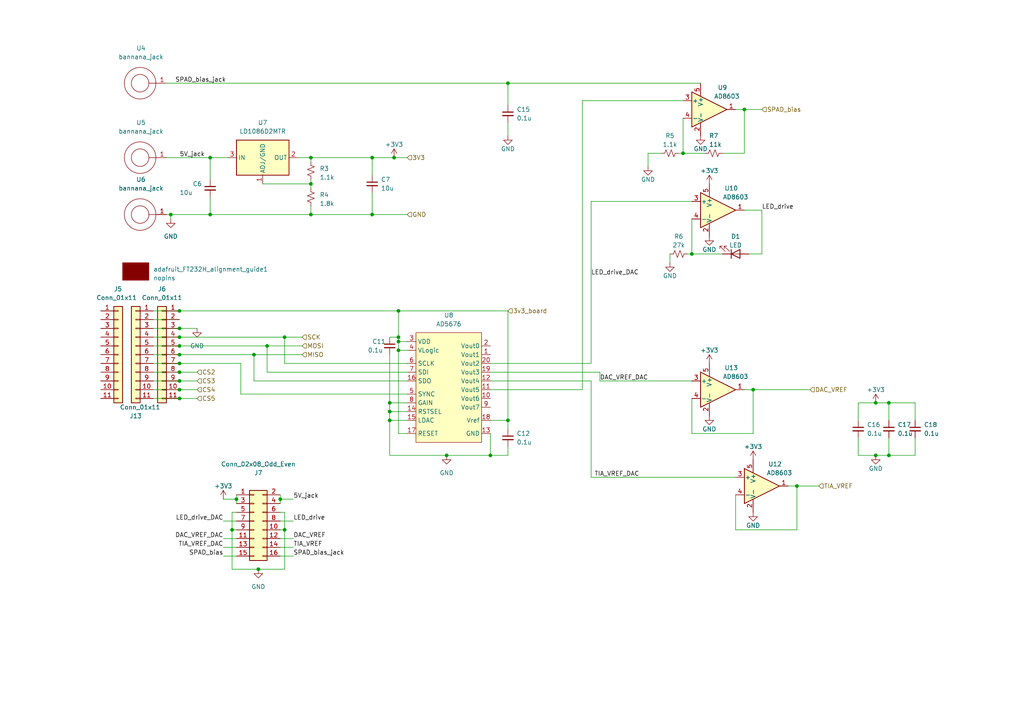
<source format=kicad_sch>
(kicad_sch (version 20230121) (generator eeschema)

  (uuid 093fa0ad-d5b5-43de-a781-38eb806d0d0d)

  (paper "A4")

  (lib_symbols
    (symbol "0_kicad_custom_symbols:bannana_jack" (in_bom yes) (on_board yes)
      (property "Reference" "U" (at -0.635 7.62 0)
        (effects (font (size 1.27 1.27)))
      )
      (property "Value" "bannana_jack" (at -0.635 5.715 0)
        (effects (font (size 1.27 1.27)))
      )
      (property "Footprint" "" (at 0 8.255 0)
        (effects (font (size 1.27 1.27)) hide)
      )
      (property "Datasheet" "" (at 0 8.255 0)
        (effects (font (size 1.27 1.27)) hide)
      )
      (symbol "bannana_jack_0_0"
        (pin unspecified line (at 7.62 0 180) (length 2.54)
          (name "" (effects (font (size 1.27 1.27))))
          (number "1" (effects (font (size 1.27 1.27))))
        )
      )
      (symbol "bannana_jack_0_1"
        (polyline
          (pts
            (xy 5.08 0)
            (xy 2.54 0)
          )
          (stroke (width 0) (type default))
          (fill (type none))
        )
        (circle (center 0 0) (radius 2.54)
          (stroke (width 0) (type default))
          (fill (type none))
        )
        (circle (center 0 0) (radius 4.5791)
          (stroke (width 0) (type default))
          (fill (type none))
        )
      )
    )
    (symbol "0_kicad_custom_symbols:nopins" (in_bom yes) (on_board yes)
      (property "Reference" "U" (at 0 -1.27 0)
        (effects (font (size 1.27 1.27)))
      )
      (property "Value" "nopins" (at 0 1.27 0)
        (effects (font (size 1.27 1.27)))
      )
      (property "Footprint" "" (at 0 -1.27 0)
        (effects (font (size 1.27 1.27)) hide)
      )
      (property "Datasheet" "" (at 0 -1.27 0)
        (effects (font (size 1.27 1.27)) hide)
      )
      (symbol "nopins_0_1"
        (rectangle (start 3.81 -2.54) (end -3.81 2.54)
          (stroke (width 0) (type default))
          (fill (type outline))
        )
      )
    )
    (symbol "Amplifier_Operational:AD8603" (pin_names (offset 0.127)) (in_bom yes) (on_board yes)
      (property "Reference" "U" (at 0 5.08 0)
        (effects (font (size 1.27 1.27)) (justify left))
      )
      (property "Value" "AD8603" (at 0 -5.08 0)
        (effects (font (size 1.27 1.27)) (justify left))
      )
      (property "Footprint" "Package_TO_SOT_SMD:TSOT-23-5" (at 0 0 0)
        (effects (font (size 1.27 1.27)) hide)
      )
      (property "Datasheet" "https://www.analog.com/media/en/technical-documentation/data-sheets/AD8603_8607_8609.pdf" (at 0 5.08 0)
        (effects (font (size 1.27 1.27)) hide)
      )
      (property "ki_keywords" "single opamp" (at 0 0 0)
        (effects (font (size 1.27 1.27)) hide)
      )
      (property "ki_description" "Precision Micropower, Low Noise CMOS, Rail-to-Rail Input/Output Operational Amplifier, TSOT-23-5" (at 0 0 0)
        (effects (font (size 1.27 1.27)) hide)
      )
      (property "ki_fp_filters" "TSOT*23*" (at 0 0 0)
        (effects (font (size 1.27 1.27)) hide)
      )
      (symbol "AD8603_0_1"
        (polyline
          (pts
            (xy -5.08 5.08)
            (xy 5.08 0)
            (xy -5.08 -5.08)
            (xy -5.08 5.08)
          )
          (stroke (width 0.254) (type default))
          (fill (type background))
        )
        (pin power_in line (at -2.54 -7.62 90) (length 3.81)
          (name "V-" (effects (font (size 1.27 1.27))))
          (number "2" (effects (font (size 1.27 1.27))))
        )
        (pin power_in line (at -2.54 7.62 270) (length 3.81)
          (name "V+" (effects (font (size 1.27 1.27))))
          (number "5" (effects (font (size 1.27 1.27))))
        )
      )
      (symbol "AD8603_1_1"
        (pin output line (at 7.62 0 180) (length 2.54)
          (name "~" (effects (font (size 1.27 1.27))))
          (number "1" (effects (font (size 1.27 1.27))))
        )
        (pin input line (at -7.62 2.54 0) (length 2.54)
          (name "+" (effects (font (size 1.27 1.27))))
          (number "3" (effects (font (size 1.27 1.27))))
        )
        (pin input line (at -7.62 -2.54 0) (length 2.54)
          (name "-" (effects (font (size 1.27 1.27))))
          (number "4" (effects (font (size 1.27 1.27))))
        )
      )
    )
    (symbol "Connector_Generic:Conn_01x11" (pin_names (offset 1.016) hide) (in_bom yes) (on_board yes)
      (property "Reference" "J" (at 0 15.24 0)
        (effects (font (size 1.27 1.27)))
      )
      (property "Value" "Conn_01x11" (at 0 -15.24 0)
        (effects (font (size 1.27 1.27)))
      )
      (property "Footprint" "" (at 0 0 0)
        (effects (font (size 1.27 1.27)) hide)
      )
      (property "Datasheet" "~" (at 0 0 0)
        (effects (font (size 1.27 1.27)) hide)
      )
      (property "ki_keywords" "connector" (at 0 0 0)
        (effects (font (size 1.27 1.27)) hide)
      )
      (property "ki_description" "Generic connector, single row, 01x11, script generated (kicad-library-utils/schlib/autogen/connector/)" (at 0 0 0)
        (effects (font (size 1.27 1.27)) hide)
      )
      (property "ki_fp_filters" "Connector*:*_1x??_*" (at 0 0 0)
        (effects (font (size 1.27 1.27)) hide)
      )
      (symbol "Conn_01x11_1_1"
        (rectangle (start -1.27 -12.573) (end 0 -12.827)
          (stroke (width 0.1524) (type default))
          (fill (type none))
        )
        (rectangle (start -1.27 -10.033) (end 0 -10.287)
          (stroke (width 0.1524) (type default))
          (fill (type none))
        )
        (rectangle (start -1.27 -7.493) (end 0 -7.747)
          (stroke (width 0.1524) (type default))
          (fill (type none))
        )
        (rectangle (start -1.27 -4.953) (end 0 -5.207)
          (stroke (width 0.1524) (type default))
          (fill (type none))
        )
        (rectangle (start -1.27 -2.413) (end 0 -2.667)
          (stroke (width 0.1524) (type default))
          (fill (type none))
        )
        (rectangle (start -1.27 0.127) (end 0 -0.127)
          (stroke (width 0.1524) (type default))
          (fill (type none))
        )
        (rectangle (start -1.27 2.667) (end 0 2.413)
          (stroke (width 0.1524) (type default))
          (fill (type none))
        )
        (rectangle (start -1.27 5.207) (end 0 4.953)
          (stroke (width 0.1524) (type default))
          (fill (type none))
        )
        (rectangle (start -1.27 7.747) (end 0 7.493)
          (stroke (width 0.1524) (type default))
          (fill (type none))
        )
        (rectangle (start -1.27 10.287) (end 0 10.033)
          (stroke (width 0.1524) (type default))
          (fill (type none))
        )
        (rectangle (start -1.27 12.827) (end 0 12.573)
          (stroke (width 0.1524) (type default))
          (fill (type none))
        )
        (rectangle (start -1.27 13.97) (end 1.27 -13.97)
          (stroke (width 0.254) (type default))
          (fill (type background))
        )
        (pin passive line (at -5.08 12.7 0) (length 3.81)
          (name "Pin_1" (effects (font (size 1.27 1.27))))
          (number "1" (effects (font (size 1.27 1.27))))
        )
        (pin passive line (at -5.08 -10.16 0) (length 3.81)
          (name "Pin_10" (effects (font (size 1.27 1.27))))
          (number "10" (effects (font (size 1.27 1.27))))
        )
        (pin passive line (at -5.08 -12.7 0) (length 3.81)
          (name "Pin_11" (effects (font (size 1.27 1.27))))
          (number "11" (effects (font (size 1.27 1.27))))
        )
        (pin passive line (at -5.08 10.16 0) (length 3.81)
          (name "Pin_2" (effects (font (size 1.27 1.27))))
          (number "2" (effects (font (size 1.27 1.27))))
        )
        (pin passive line (at -5.08 7.62 0) (length 3.81)
          (name "Pin_3" (effects (font (size 1.27 1.27))))
          (number "3" (effects (font (size 1.27 1.27))))
        )
        (pin passive line (at -5.08 5.08 0) (length 3.81)
          (name "Pin_4" (effects (font (size 1.27 1.27))))
          (number "4" (effects (font (size 1.27 1.27))))
        )
        (pin passive line (at -5.08 2.54 0) (length 3.81)
          (name "Pin_5" (effects (font (size 1.27 1.27))))
          (number "5" (effects (font (size 1.27 1.27))))
        )
        (pin passive line (at -5.08 0 0) (length 3.81)
          (name "Pin_6" (effects (font (size 1.27 1.27))))
          (number "6" (effects (font (size 1.27 1.27))))
        )
        (pin passive line (at -5.08 -2.54 0) (length 3.81)
          (name "Pin_7" (effects (font (size 1.27 1.27))))
          (number "7" (effects (font (size 1.27 1.27))))
        )
        (pin passive line (at -5.08 -5.08 0) (length 3.81)
          (name "Pin_8" (effects (font (size 1.27 1.27))))
          (number "8" (effects (font (size 1.27 1.27))))
        )
        (pin passive line (at -5.08 -7.62 0) (length 3.81)
          (name "Pin_9" (effects (font (size 1.27 1.27))))
          (number "9" (effects (font (size 1.27 1.27))))
        )
      )
    )
    (symbol "Connector_Generic:Conn_02x08_Odd_Even" (pin_names (offset 1.016) hide) (in_bom yes) (on_board yes)
      (property "Reference" "J" (at 1.27 10.16 0)
        (effects (font (size 1.27 1.27)))
      )
      (property "Value" "Conn_02x08_Odd_Even" (at 1.27 -12.7 0)
        (effects (font (size 1.27 1.27)))
      )
      (property "Footprint" "" (at 0 0 0)
        (effects (font (size 1.27 1.27)) hide)
      )
      (property "Datasheet" "~" (at 0 0 0)
        (effects (font (size 1.27 1.27)) hide)
      )
      (property "ki_keywords" "connector" (at 0 0 0)
        (effects (font (size 1.27 1.27)) hide)
      )
      (property "ki_description" "Generic connector, double row, 02x08, odd/even pin numbering scheme (row 1 odd numbers, row 2 even numbers), script generated (kicad-library-utils/schlib/autogen/connector/)" (at 0 0 0)
        (effects (font (size 1.27 1.27)) hide)
      )
      (property "ki_fp_filters" "Connector*:*_2x??_*" (at 0 0 0)
        (effects (font (size 1.27 1.27)) hide)
      )
      (symbol "Conn_02x08_Odd_Even_1_1"
        (rectangle (start -1.27 -10.033) (end 0 -10.287)
          (stroke (width 0.1524) (type default))
          (fill (type none))
        )
        (rectangle (start -1.27 -7.493) (end 0 -7.747)
          (stroke (width 0.1524) (type default))
          (fill (type none))
        )
        (rectangle (start -1.27 -4.953) (end 0 -5.207)
          (stroke (width 0.1524) (type default))
          (fill (type none))
        )
        (rectangle (start -1.27 -2.413) (end 0 -2.667)
          (stroke (width 0.1524) (type default))
          (fill (type none))
        )
        (rectangle (start -1.27 0.127) (end 0 -0.127)
          (stroke (width 0.1524) (type default))
          (fill (type none))
        )
        (rectangle (start -1.27 2.667) (end 0 2.413)
          (stroke (width 0.1524) (type default))
          (fill (type none))
        )
        (rectangle (start -1.27 5.207) (end 0 4.953)
          (stroke (width 0.1524) (type default))
          (fill (type none))
        )
        (rectangle (start -1.27 7.747) (end 0 7.493)
          (stroke (width 0.1524) (type default))
          (fill (type none))
        )
        (rectangle (start -1.27 8.89) (end 3.81 -11.43)
          (stroke (width 0.254) (type default))
          (fill (type background))
        )
        (rectangle (start 3.81 -10.033) (end 2.54 -10.287)
          (stroke (width 0.1524) (type default))
          (fill (type none))
        )
        (rectangle (start 3.81 -7.493) (end 2.54 -7.747)
          (stroke (width 0.1524) (type default))
          (fill (type none))
        )
        (rectangle (start 3.81 -4.953) (end 2.54 -5.207)
          (stroke (width 0.1524) (type default))
          (fill (type none))
        )
        (rectangle (start 3.81 -2.413) (end 2.54 -2.667)
          (stroke (width 0.1524) (type default))
          (fill (type none))
        )
        (rectangle (start 3.81 0.127) (end 2.54 -0.127)
          (stroke (width 0.1524) (type default))
          (fill (type none))
        )
        (rectangle (start 3.81 2.667) (end 2.54 2.413)
          (stroke (width 0.1524) (type default))
          (fill (type none))
        )
        (rectangle (start 3.81 5.207) (end 2.54 4.953)
          (stroke (width 0.1524) (type default))
          (fill (type none))
        )
        (rectangle (start 3.81 7.747) (end 2.54 7.493)
          (stroke (width 0.1524) (type default))
          (fill (type none))
        )
        (pin passive line (at -5.08 7.62 0) (length 3.81)
          (name "Pin_1" (effects (font (size 1.27 1.27))))
          (number "1" (effects (font (size 1.27 1.27))))
        )
        (pin passive line (at 7.62 -2.54 180) (length 3.81)
          (name "Pin_10" (effects (font (size 1.27 1.27))))
          (number "10" (effects (font (size 1.27 1.27))))
        )
        (pin passive line (at -5.08 -5.08 0) (length 3.81)
          (name "Pin_11" (effects (font (size 1.27 1.27))))
          (number "11" (effects (font (size 1.27 1.27))))
        )
        (pin passive line (at 7.62 -5.08 180) (length 3.81)
          (name "Pin_12" (effects (font (size 1.27 1.27))))
          (number "12" (effects (font (size 1.27 1.27))))
        )
        (pin passive line (at -5.08 -7.62 0) (length 3.81)
          (name "Pin_13" (effects (font (size 1.27 1.27))))
          (number "13" (effects (font (size 1.27 1.27))))
        )
        (pin passive line (at 7.62 -7.62 180) (length 3.81)
          (name "Pin_14" (effects (font (size 1.27 1.27))))
          (number "14" (effects (font (size 1.27 1.27))))
        )
        (pin passive line (at -5.08 -10.16 0) (length 3.81)
          (name "Pin_15" (effects (font (size 1.27 1.27))))
          (number "15" (effects (font (size 1.27 1.27))))
        )
        (pin passive line (at 7.62 -10.16 180) (length 3.81)
          (name "Pin_16" (effects (font (size 1.27 1.27))))
          (number "16" (effects (font (size 1.27 1.27))))
        )
        (pin passive line (at 7.62 7.62 180) (length 3.81)
          (name "Pin_2" (effects (font (size 1.27 1.27))))
          (number "2" (effects (font (size 1.27 1.27))))
        )
        (pin passive line (at -5.08 5.08 0) (length 3.81)
          (name "Pin_3" (effects (font (size 1.27 1.27))))
          (number "3" (effects (font (size 1.27 1.27))))
        )
        (pin passive line (at 7.62 5.08 180) (length 3.81)
          (name "Pin_4" (effects (font (size 1.27 1.27))))
          (number "4" (effects (font (size 1.27 1.27))))
        )
        (pin passive line (at -5.08 2.54 0) (length 3.81)
          (name "Pin_5" (effects (font (size 1.27 1.27))))
          (number "5" (effects (font (size 1.27 1.27))))
        )
        (pin passive line (at 7.62 2.54 180) (length 3.81)
          (name "Pin_6" (effects (font (size 1.27 1.27))))
          (number "6" (effects (font (size 1.27 1.27))))
        )
        (pin passive line (at -5.08 0 0) (length 3.81)
          (name "Pin_7" (effects (font (size 1.27 1.27))))
          (number "7" (effects (font (size 1.27 1.27))))
        )
        (pin passive line (at 7.62 0 180) (length 3.81)
          (name "Pin_8" (effects (font (size 1.27 1.27))))
          (number "8" (effects (font (size 1.27 1.27))))
        )
        (pin passive line (at -5.08 -2.54 0) (length 3.81)
          (name "Pin_9" (effects (font (size 1.27 1.27))))
          (number "9" (effects (font (size 1.27 1.27))))
        )
      )
    )
    (symbol "Device:C_Small" (pin_numbers hide) (pin_names (offset 0.254) hide) (in_bom yes) (on_board yes)
      (property "Reference" "C" (at 0.254 1.778 0)
        (effects (font (size 1.27 1.27)) (justify left))
      )
      (property "Value" "C_Small" (at 0.254 -2.032 0)
        (effects (font (size 1.27 1.27)) (justify left))
      )
      (property "Footprint" "" (at 0 0 0)
        (effects (font (size 1.27 1.27)) hide)
      )
      (property "Datasheet" "~" (at 0 0 0)
        (effects (font (size 1.27 1.27)) hide)
      )
      (property "ki_keywords" "capacitor cap" (at 0 0 0)
        (effects (font (size 1.27 1.27)) hide)
      )
      (property "ki_description" "Unpolarized capacitor, small symbol" (at 0 0 0)
        (effects (font (size 1.27 1.27)) hide)
      )
      (property "ki_fp_filters" "C_*" (at 0 0 0)
        (effects (font (size 1.27 1.27)) hide)
      )
      (symbol "C_Small_0_1"
        (polyline
          (pts
            (xy -1.524 -0.508)
            (xy 1.524 -0.508)
          )
          (stroke (width 0.3302) (type default))
          (fill (type none))
        )
        (polyline
          (pts
            (xy -1.524 0.508)
            (xy 1.524 0.508)
          )
          (stroke (width 0.3048) (type default))
          (fill (type none))
        )
      )
      (symbol "C_Small_1_1"
        (pin passive line (at 0 2.54 270) (length 2.032)
          (name "~" (effects (font (size 1.27 1.27))))
          (number "1" (effects (font (size 1.27 1.27))))
        )
        (pin passive line (at 0 -2.54 90) (length 2.032)
          (name "~" (effects (font (size 1.27 1.27))))
          (number "2" (effects (font (size 1.27 1.27))))
        )
      )
    )
    (symbol "Device:LED" (pin_numbers hide) (pin_names (offset 1.016) hide) (in_bom yes) (on_board yes)
      (property "Reference" "D" (at 0 2.54 0)
        (effects (font (size 1.27 1.27)))
      )
      (property "Value" "LED" (at 0 -2.54 0)
        (effects (font (size 1.27 1.27)))
      )
      (property "Footprint" "" (at 0 0 0)
        (effects (font (size 1.27 1.27)) hide)
      )
      (property "Datasheet" "~" (at 0 0 0)
        (effects (font (size 1.27 1.27)) hide)
      )
      (property "ki_keywords" "LED diode" (at 0 0 0)
        (effects (font (size 1.27 1.27)) hide)
      )
      (property "ki_description" "Light emitting diode" (at 0 0 0)
        (effects (font (size 1.27 1.27)) hide)
      )
      (property "ki_fp_filters" "LED* LED_SMD:* LED_THT:*" (at 0 0 0)
        (effects (font (size 1.27 1.27)) hide)
      )
      (symbol "LED_0_1"
        (polyline
          (pts
            (xy -1.27 -1.27)
            (xy -1.27 1.27)
          )
          (stroke (width 0.254) (type default))
          (fill (type none))
        )
        (polyline
          (pts
            (xy -1.27 0)
            (xy 1.27 0)
          )
          (stroke (width 0) (type default))
          (fill (type none))
        )
        (polyline
          (pts
            (xy 1.27 -1.27)
            (xy 1.27 1.27)
            (xy -1.27 0)
            (xy 1.27 -1.27)
          )
          (stroke (width 0.254) (type default))
          (fill (type none))
        )
        (polyline
          (pts
            (xy -3.048 -0.762)
            (xy -4.572 -2.286)
            (xy -3.81 -2.286)
            (xy -4.572 -2.286)
            (xy -4.572 -1.524)
          )
          (stroke (width 0) (type default))
          (fill (type none))
        )
        (polyline
          (pts
            (xy -1.778 -0.762)
            (xy -3.302 -2.286)
            (xy -2.54 -2.286)
            (xy -3.302 -2.286)
            (xy -3.302 -1.524)
          )
          (stroke (width 0) (type default))
          (fill (type none))
        )
      )
      (symbol "LED_1_1"
        (pin passive line (at -3.81 0 0) (length 2.54)
          (name "K" (effects (font (size 1.27 1.27))))
          (number "1" (effects (font (size 1.27 1.27))))
        )
        (pin passive line (at 3.81 0 180) (length 2.54)
          (name "A" (effects (font (size 1.27 1.27))))
          (number "2" (effects (font (size 1.27 1.27))))
        )
      )
    )
    (symbol "Device:R_Small_US" (pin_numbers hide) (pin_names (offset 0.254) hide) (in_bom yes) (on_board yes)
      (property "Reference" "R" (at 0.762 0.508 0)
        (effects (font (size 1.27 1.27)) (justify left))
      )
      (property "Value" "R_Small_US" (at 0.762 -1.016 0)
        (effects (font (size 1.27 1.27)) (justify left))
      )
      (property "Footprint" "" (at 0 0 0)
        (effects (font (size 1.27 1.27)) hide)
      )
      (property "Datasheet" "~" (at 0 0 0)
        (effects (font (size 1.27 1.27)) hide)
      )
      (property "ki_keywords" "r resistor" (at 0 0 0)
        (effects (font (size 1.27 1.27)) hide)
      )
      (property "ki_description" "Resistor, small US symbol" (at 0 0 0)
        (effects (font (size 1.27 1.27)) hide)
      )
      (property "ki_fp_filters" "R_*" (at 0 0 0)
        (effects (font (size 1.27 1.27)) hide)
      )
      (symbol "R_Small_US_1_1"
        (polyline
          (pts
            (xy 0 0)
            (xy 1.016 -0.381)
            (xy 0 -0.762)
            (xy -1.016 -1.143)
            (xy 0 -1.524)
          )
          (stroke (width 0) (type default))
          (fill (type none))
        )
        (polyline
          (pts
            (xy 0 1.524)
            (xy 1.016 1.143)
            (xy 0 0.762)
            (xy -1.016 0.381)
            (xy 0 0)
          )
          (stroke (width 0) (type default))
          (fill (type none))
        )
        (pin passive line (at 0 2.54 270) (length 1.016)
          (name "~" (effects (font (size 1.27 1.27))))
          (number "1" (effects (font (size 1.27 1.27))))
        )
        (pin passive line (at 0 -2.54 90) (length 1.016)
          (name "~" (effects (font (size 1.27 1.27))))
          (number "2" (effects (font (size 1.27 1.27))))
        )
      )
    )
    (symbol "Regulator_Linear:LD1086D2MTR" (in_bom yes) (on_board yes)
      (property "Reference" "U" (at 0 10.16 0)
        (effects (font (size 1.27 1.27)))
      )
      (property "Value" "LD1086D2MTR" (at 0 7.62 0)
        (effects (font (size 1.27 1.27)))
      )
      (property "Footprint" "Package_TO_SOT_SMD:TO-263-3_TabPin2" (at 0 12.7 0)
        (effects (font (size 1.27 1.27)) hide)
      )
      (property "Datasheet" "https://www.st.com/resource/en/datasheet/ld1086.pdf" (at 0 12.7 0)
        (effects (font (size 1.27 1.27)) hide)
      )
      (property "ki_keywords" "Linear Regulator 1.5A Adjustable" (at 0 0 0)
        (effects (font (size 1.27 1.27)) hide)
      )
      (property "ki_description" "Positive, 1.5A 30V, Linear Regulator, Adjustable TO-263" (at 0 0 0)
        (effects (font (size 1.27 1.27)) hide)
      )
      (property "ki_fp_filters" "TO?263*TabPin2*" (at 0 0 0)
        (effects (font (size 1.27 1.27)) hide)
      )
      (symbol "LD1086D2MTR_1_1"
        (rectangle (start -7.62 -5.08) (end 7.62 5.08)
          (stroke (width 0.254) (type default))
          (fill (type background))
        )
        (pin input line (at 0 -7.62 90) (length 2.54)
          (name "ADJ/GND" (effects (font (size 1.27 1.27))))
          (number "1" (effects (font (size 1.27 1.27))))
        )
        (pin power_out line (at 10.16 0 180) (length 2.54)
          (name "OUT" (effects (font (size 1.27 1.27))))
          (number "2" (effects (font (size 1.27 1.27))))
        )
        (pin power_in line (at -10.16 0 0) (length 2.54)
          (name "IN" (effects (font (size 1.27 1.27))))
          (number "3" (effects (font (size 1.27 1.27))))
        )
      )
    )
    (symbol "analog_ising_chip2:AD5676" (in_bom yes) (on_board yes)
      (property "Reference" "U" (at 0 -19.05 0)
        (effects (font (size 1.27 1.27)))
      )
      (property "Value" "AD5676" (at 0 15.24 0)
        (effects (font (size 1.27 1.27)))
      )
      (property "Footprint" "" (at -11.43 19.05 0)
        (effects (font (size 1.27 1.27)) hide)
      )
      (property "Datasheet" "" (at -11.43 19.05 0)
        (effects (font (size 1.27 1.27)) hide)
      )
      (property "ki_fp_filters" "TSSOP*" (at 0 0 0)
        (effects (font (size 1.27 1.27)) hide)
      )
      (symbol "AD5676_0_0"
        (pin unspecified line (at 12.7 7.62 180) (length 2.54)
          (name "Vout1" (effects (font (size 1.27 1.27))))
          (number "1" (effects (font (size 1.27 1.27))))
        )
        (pin unspecified line (at 12.7 -5.08 180) (length 2.54)
          (name "Vout6" (effects (font (size 1.27 1.27))))
          (number "10" (effects (font (size 1.27 1.27))))
        )
        (pin unspecified line (at 12.7 -2.54 180) (length 2.54)
          (name "Vout5" (effects (font (size 1.27 1.27))))
          (number "11" (effects (font (size 1.27 1.27))))
        )
        (pin unspecified line (at 12.7 0 180) (length 2.54)
          (name "Vout4" (effects (font (size 1.27 1.27))))
          (number "12" (effects (font (size 1.27 1.27))))
        )
        (pin unspecified line (at 12.7 -15.24 180) (length 2.54)
          (name "GND" (effects (font (size 1.27 1.27))))
          (number "13" (effects (font (size 1.27 1.27))))
        )
        (pin unspecified line (at -11.43 -8.89 0) (length 2.54)
          (name "RSTSEL" (effects (font (size 1.27 1.27))))
          (number "14" (effects (font (size 1.27 1.27))))
        )
        (pin unspecified line (at -11.43 -11.43 0) (length 2.54)
          (name "LDAC" (effects (font (size 1.27 1.27))))
          (number "15" (effects (font (size 1.27 1.27))))
        )
        (pin unspecified line (at -11.43 0 0) (length 2.54)
          (name "SDO" (effects (font (size 1.27 1.27))))
          (number "16" (effects (font (size 1.27 1.27))))
        )
        (pin unspecified line (at -11.43 -15.24 0) (length 2.54)
          (name "RESET" (effects (font (size 1.27 1.27))))
          (number "17" (effects (font (size 1.27 1.27))))
        )
        (pin unspecified line (at 12.7 -11.43 180) (length 2.54)
          (name "Vref" (effects (font (size 1.27 1.27))))
          (number "18" (effects (font (size 1.27 1.27))))
        )
        (pin unspecified line (at 12.7 2.54 180) (length 2.54)
          (name "Vout3" (effects (font (size 1.27 1.27))))
          (number "19" (effects (font (size 1.27 1.27))))
        )
        (pin unspecified line (at 12.7 10.16 180) (length 2.54)
          (name "Vout0" (effects (font (size 1.27 1.27))))
          (number "2" (effects (font (size 1.27 1.27))))
        )
        (pin unspecified line (at 12.7 5.08 180) (length 2.54)
          (name "Vout2" (effects (font (size 1.27 1.27))))
          (number "20" (effects (font (size 1.27 1.27))))
        )
        (pin unspecified line (at -11.43 11.43 0) (length 2.54)
          (name "VDD" (effects (font (size 1.27 1.27))))
          (number "3" (effects (font (size 1.27 1.27))))
        )
        (pin unspecified line (at -11.43 8.89 0) (length 2.54)
          (name "VLogic" (effects (font (size 1.27 1.27))))
          (number "4" (effects (font (size 1.27 1.27))))
        )
        (pin unspecified line (at -11.43 -3.81 0) (length 2.54)
          (name "SYNC" (effects (font (size 1.27 1.27))))
          (number "5" (effects (font (size 1.27 1.27))))
        )
        (pin unspecified line (at -11.43 5.08 0) (length 2.54)
          (name "SCLK" (effects (font (size 1.27 1.27))))
          (number "6" (effects (font (size 1.27 1.27))))
        )
        (pin unspecified line (at -11.43 2.54 0) (length 2.54)
          (name "SDI" (effects (font (size 1.27 1.27))))
          (number "7" (effects (font (size 1.27 1.27))))
        )
        (pin unspecified line (at -11.43 -6.35 0) (length 2.54)
          (name "GAIN" (effects (font (size 1.27 1.27))))
          (number "8" (effects (font (size 1.27 1.27))))
        )
        (pin unspecified line (at 12.7 -7.62 180) (length 2.54)
          (name "Vout7" (effects (font (size 1.27 1.27))))
          (number "9" (effects (font (size 1.27 1.27))))
        )
      )
      (symbol "AD5676_0_1"
        (rectangle (start -8.89 -17.78) (end 10.16 13.97)
          (stroke (width 0) (type default))
          (fill (type background))
        )
      )
    )
    (symbol "power:+3V3" (power) (pin_names (offset 0)) (in_bom yes) (on_board yes)
      (property "Reference" "#PWR" (at 0 -3.81 0)
        (effects (font (size 1.27 1.27)) hide)
      )
      (property "Value" "+3V3" (at 0 3.556 0)
        (effects (font (size 1.27 1.27)))
      )
      (property "Footprint" "" (at 0 0 0)
        (effects (font (size 1.27 1.27)) hide)
      )
      (property "Datasheet" "" (at 0 0 0)
        (effects (font (size 1.27 1.27)) hide)
      )
      (property "ki_keywords" "global power" (at 0 0 0)
        (effects (font (size 1.27 1.27)) hide)
      )
      (property "ki_description" "Power symbol creates a global label with name \"+3V3\"" (at 0 0 0)
        (effects (font (size 1.27 1.27)) hide)
      )
      (symbol "+3V3_0_1"
        (polyline
          (pts
            (xy -0.762 1.27)
            (xy 0 2.54)
          )
          (stroke (width 0) (type default))
          (fill (type none))
        )
        (polyline
          (pts
            (xy 0 0)
            (xy 0 2.54)
          )
          (stroke (width 0) (type default))
          (fill (type none))
        )
        (polyline
          (pts
            (xy 0 2.54)
            (xy 0.762 1.27)
          )
          (stroke (width 0) (type default))
          (fill (type none))
        )
      )
      (symbol "+3V3_1_1"
        (pin power_in line (at 0 0 90) (length 0) hide
          (name "+3V3" (effects (font (size 1.27 1.27))))
          (number "1" (effects (font (size 1.27 1.27))))
        )
      )
    )
    (symbol "power:GND" (power) (pin_names (offset 0)) (in_bom yes) (on_board yes)
      (property "Reference" "#PWR" (at 0 -6.35 0)
        (effects (font (size 1.27 1.27)) hide)
      )
      (property "Value" "GND" (at 0 -3.81 0)
        (effects (font (size 1.27 1.27)))
      )
      (property "Footprint" "" (at 0 0 0)
        (effects (font (size 1.27 1.27)) hide)
      )
      (property "Datasheet" "" (at 0 0 0)
        (effects (font (size 1.27 1.27)) hide)
      )
      (property "ki_keywords" "power-flag" (at 0 0 0)
        (effects (font (size 1.27 1.27)) hide)
      )
      (property "ki_description" "Power symbol creates a global label with name \"GND\" , ground" (at 0 0 0)
        (effects (font (size 1.27 1.27)) hide)
      )
      (symbol "GND_0_1"
        (polyline
          (pts
            (xy 0 0)
            (xy 0 -1.27)
            (xy 1.27 -1.27)
            (xy 0 -2.54)
            (xy -1.27 -1.27)
            (xy 0 -1.27)
          )
          (stroke (width 0) (type default))
          (fill (type none))
        )
      )
      (symbol "GND_1_1"
        (pin power_in line (at 0 0 270) (length 0) hide
          (name "GND" (effects (font (size 1.27 1.27))))
          (number "1" (effects (font (size 1.27 1.27))))
        )
      )
    )
  )

  (junction (at 49.53 62.23) (diameter 0) (color 0 0 0 0)
    (uuid 0146580e-d393-4b18-abc8-7b193d532a96)
  )
  (junction (at 68.58 144.78) (diameter 0) (color 0 0 0 0)
    (uuid 02f5685f-a9ec-402c-a7e0-3a2c17e4a333)
  )
  (junction (at 115.57 101.6) (diameter 0) (color 0 0 0 0)
    (uuid 0401549e-a1d2-4c8f-a842-ebd18f24293c)
  )
  (junction (at 90.17 45.72) (diameter 0) (color 0 0 0 0)
    (uuid 06367249-bc97-4f10-8b24-2892938896af)
  )
  (junction (at 74.93 165.1) (diameter 0) (color 0 0 0 0)
    (uuid 0ef9d5ad-d37b-46fb-b700-c43f166190ad)
  )
  (junction (at 115.57 97.79) (diameter 0) (color 0 0 0 0)
    (uuid 16cc80e5-b4cf-465c-b6b4-d9bc1c7bdb86)
  )
  (junction (at 107.95 45.72) (diameter 0) (color 0 0 0 0)
    (uuid 2805b87a-0ea8-4296-8dd5-dbe1f4659681)
  )
  (junction (at 254 132.08) (diameter 0) (color 0 0 0 0)
    (uuid 2e2ab977-ee4f-4e7c-b6c8-8de7679867ba)
  )
  (junction (at 115.57 99.06) (diameter 0) (color 0 0 0 0)
    (uuid 3583a3df-3c3b-4b69-8f0c-4073e9915278)
  )
  (junction (at 67.31 153.67) (diameter 0) (color 0 0 0 0)
    (uuid 428f40eb-4097-4892-9138-a4a03ba994d6)
  )
  (junction (at 52.07 90.17) (diameter 0) (color 0 0 0 0)
    (uuid 44d69240-ab79-4404-b551-f0e1f40f7a4b)
  )
  (junction (at 77.47 100.33) (diameter 0) (color 0 0 0 0)
    (uuid 4c1682ca-f23c-44bf-9dc4-bf62435d2863)
  )
  (junction (at 90.17 53.34) (diameter 0) (color 0 0 0 0)
    (uuid 51ec7e7d-bb88-46e5-ad65-4b7e7ee64cab)
  )
  (junction (at 52.07 107.95) (diameter 0) (color 0 0 0 0)
    (uuid 5990779e-2bec-4f26-9351-f319d3ca3a12)
  )
  (junction (at 113.03 121.92) (diameter 0) (color 0 0 0 0)
    (uuid 5eea1346-aab9-419f-b3fe-b2e84bcdec28)
  )
  (junction (at 113.03 116.84) (diameter 0) (color 0 0 0 0)
    (uuid 68ce11da-cc29-44d6-9330-25eb64f8f56a)
  )
  (junction (at 114.3 45.72) (diameter 0) (color 0 0 0 0)
    (uuid 6937ba16-ea08-4f99-bb1a-dad65faeddf3)
  )
  (junction (at 82.55 97.79) (diameter 0) (color 0 0 0 0)
    (uuid 70efbda9-f0c6-44f3-ba6d-e11809a5f957)
  )
  (junction (at 200.66 73.66) (diameter 0) (color 0 0 0 0)
    (uuid 790ef012-3635-46f8-83c6-fc0fef3b8baf)
  )
  (junction (at 147.32 121.92) (diameter 0) (color 0 0 0 0)
    (uuid 807075a3-1231-42b4-a7d6-fa42282fd638)
  )
  (junction (at 73.66 102.87) (diameter 0) (color 0 0 0 0)
    (uuid 89b9fae1-e821-447e-ac8a-435481772a65)
  )
  (junction (at 142.24 132.08) (diameter 0) (color 0 0 0 0)
    (uuid 89f7fe5b-5152-479a-9140-d286f4f90ce5)
  )
  (junction (at 218.44 113.03) (diameter 0) (color 0 0 0 0)
    (uuid 98067a91-112c-4f6e-b6df-8c3060821d57)
  )
  (junction (at 52.07 115.57) (diameter 0) (color 0 0 0 0)
    (uuid 9a1db0c0-3bf3-42d1-a169-1903d76433ce)
  )
  (junction (at 82.55 153.67) (diameter 0) (color 0 0 0 0)
    (uuid 9e81b00e-1727-49eb-9c50-46140bc262c6)
  )
  (junction (at 257.81 116.84) (diameter 0) (color 0 0 0 0)
    (uuid a4b11e73-38b8-4c4b-9894-2d95b51da02b)
  )
  (junction (at 129.54 132.08) (diameter 0) (color 0 0 0 0)
    (uuid a7b15d16-f736-48ad-b119-571884441131)
  )
  (junction (at 231.14 140.97) (diameter 0) (color 0 0 0 0)
    (uuid ad911550-63ab-4d58-ad04-13ea2937a924)
  )
  (junction (at 52.07 97.79) (diameter 0) (color 0 0 0 0)
    (uuid b3583171-5b20-40df-84b0-fc711dd8d978)
  )
  (junction (at 147.32 24.13) (diameter 0) (color 0 0 0 0)
    (uuid b4871652-cac6-4f32-9a8d-a7f2ef9e9bce)
  )
  (junction (at 254 116.84) (diameter 0) (color 0 0 0 0)
    (uuid b8948997-f2af-47ea-8dd7-a39d63c8c7f5)
  )
  (junction (at 215.9 31.75) (diameter 0) (color 0 0 0 0)
    (uuid ba6c12a8-0ede-4a08-ac01-12388f507268)
  )
  (junction (at 115.57 90.17) (diameter 0) (color 0 0 0 0)
    (uuid c07d0c4c-de48-4fe3-9135-f823f7137d6c)
  )
  (junction (at 60.96 45.72) (diameter 0) (color 0 0 0 0)
    (uuid c0a6a369-586b-4a42-96fb-64b1c22b40d8)
  )
  (junction (at 52.07 113.03) (diameter 0) (color 0 0 0 0)
    (uuid c4aea61a-6023-41c6-9442-90931c8fa1c0)
  )
  (junction (at 52.07 105.41) (diameter 0) (color 0 0 0 0)
    (uuid c65e1ead-1beb-4563-a9c8-e3659c93691d)
  )
  (junction (at 257.81 132.08) (diameter 0) (color 0 0 0 0)
    (uuid d087fa21-34f8-4163-a263-98e887eade4a)
  )
  (junction (at 52.07 102.87) (diameter 0) (color 0 0 0 0)
    (uuid d2a6e2ee-182a-4680-897d-286218912fa5)
  )
  (junction (at 113.03 119.38) (diameter 0) (color 0 0 0 0)
    (uuid d6d221a3-2da5-4715-ab36-9fedb750b291)
  )
  (junction (at 198.12 44.45) (diameter 0) (color 0 0 0 0)
    (uuid d822c835-80f3-40b0-9c45-4098107a0162)
  )
  (junction (at 52.07 95.25) (diameter 0) (color 0 0 0 0)
    (uuid d99e0632-37c0-4dee-8b0b-c62b04eb8ebb)
  )
  (junction (at 52.07 110.49) (diameter 0) (color 0 0 0 0)
    (uuid dba4a7d8-010c-4b86-a789-1de393d6567d)
  )
  (junction (at 60.96 62.23) (diameter 0) (color 0 0 0 0)
    (uuid f41e3659-7737-4986-9a3d-26498593e48a)
  )
  (junction (at 107.95 62.23) (diameter 0) (color 0 0 0 0)
    (uuid f676b9c8-8f73-4189-88d2-82771ff54e0a)
  )
  (junction (at 81.28 144.78) (diameter 0) (color 0 0 0 0)
    (uuid fa97c085-7dac-4585-abce-5782edec2828)
  )
  (junction (at 90.17 62.23) (diameter 0) (color 0 0 0 0)
    (uuid fe850856-196e-4deb-acd9-e46b021a0ae2)
  )
  (junction (at 52.07 100.33) (diameter 0) (color 0 0 0 0)
    (uuid ff07374d-7080-42bc-abed-e809d9fc400c)
  )

  (wire (pts (xy 248.92 116.84) (xy 254 116.84))
    (stroke (width 0) (type default))
    (uuid 00dfb4c7-2b09-4c56-b317-e446eb39ef36)
  )
  (wire (pts (xy 48.26 45.72) (xy 60.96 45.72))
    (stroke (width 0) (type default))
    (uuid 010d5aba-382b-4625-83ea-7c4589aac2e0)
  )
  (wire (pts (xy 147.32 35.56) (xy 147.32 39.37))
    (stroke (width 0) (type default))
    (uuid 022903a5-004e-4f12-8681-6face9282968)
  )
  (wire (pts (xy 129.54 132.08) (xy 142.24 132.08))
    (stroke (width 0) (type default))
    (uuid 02c501a6-8586-4a41-8c1b-db6cd990125f)
  )
  (wire (pts (xy 220.98 73.66) (xy 220.98 60.96))
    (stroke (width 0) (type default))
    (uuid 02d46208-b592-48dc-b866-654fe6541ca0)
  )
  (wire (pts (xy 82.55 97.79) (xy 82.55 105.41))
    (stroke (width 0) (type default))
    (uuid 03d6f78a-7763-40d5-8c53-d472e6151668)
  )
  (wire (pts (xy 198.12 44.45) (xy 204.47 44.45))
    (stroke (width 0) (type default))
    (uuid 09b7ab1b-069a-4e86-865b-3767d7a2c6cc)
  )
  (wire (pts (xy 187.96 44.45) (xy 187.96 48.26))
    (stroke (width 0) (type default))
    (uuid 09ce71b2-0328-4877-ad99-ed228654d28d)
  )
  (wire (pts (xy 107.95 62.23) (xy 90.17 62.23))
    (stroke (width 0) (type default))
    (uuid 09dedecd-2bfa-4d8b-bac4-df23fba868fd)
  )
  (wire (pts (xy 254 132.08) (xy 257.81 132.08))
    (stroke (width 0) (type default))
    (uuid 0b7ae64b-742b-48fc-b56c-b68060573887)
  )
  (wire (pts (xy 90.17 59.69) (xy 90.17 62.23))
    (stroke (width 0) (type default))
    (uuid 0bf1a315-9bf7-4c80-8b8a-c81d3f2d3af3)
  )
  (wire (pts (xy 44.45 115.57) (xy 52.07 115.57))
    (stroke (width 0) (type default))
    (uuid 0c000f27-0a13-4725-bf02-95dd84015beb)
  )
  (wire (pts (xy 90.17 53.34) (xy 90.17 54.61))
    (stroke (width 0) (type default))
    (uuid 0d2befda-8ce4-4817-9ff5-b757a24125cc)
  )
  (wire (pts (xy 44.45 107.95) (xy 52.07 107.95))
    (stroke (width 0) (type default))
    (uuid 0eaea1cb-6a86-4d17-9e97-7e1a669e8b7b)
  )
  (wire (pts (xy 77.47 100.33) (xy 87.63 100.33))
    (stroke (width 0) (type default))
    (uuid 0f2c06c2-4a52-430e-bb49-c8b27619b57f)
  )
  (wire (pts (xy 73.66 102.87) (xy 87.63 102.87))
    (stroke (width 0) (type default))
    (uuid 100a4eec-bf7e-4d19-9e02-17213aacd360)
  )
  (wire (pts (xy 196.85 44.45) (xy 198.12 44.45))
    (stroke (width 0) (type default))
    (uuid 104ab277-f5ae-4992-a946-2eeae53e2878)
  )
  (wire (pts (xy 52.07 115.57) (xy 57.15 115.57))
    (stroke (width 0) (type default))
    (uuid 1233fe6b-7cc0-4468-baef-741c0ae7b359)
  )
  (wire (pts (xy 257.81 116.84) (xy 265.43 116.84))
    (stroke (width 0) (type default))
    (uuid 1250b216-08f8-4bac-ab8d-0519e8a38866)
  )
  (wire (pts (xy 114.3 45.72) (xy 118.11 45.72))
    (stroke (width 0) (type default))
    (uuid 12daeeac-284b-44f3-97f2-1b7db7f70461)
  )
  (wire (pts (xy 215.9 31.75) (xy 220.98 31.75))
    (stroke (width 0) (type default))
    (uuid 13925d26-4da0-49cc-85d3-5fd8ac56b381)
  )
  (wire (pts (xy 142.24 132.08) (xy 147.32 132.08))
    (stroke (width 0) (type default))
    (uuid 188963b3-2c14-4613-b318-6df171039ba5)
  )
  (wire (pts (xy 215.9 113.03) (xy 218.44 113.03))
    (stroke (width 0) (type default))
    (uuid 1ac0c759-2f28-4d72-8e3a-37b2a2f25c30)
  )
  (wire (pts (xy 77.47 107.95) (xy 77.47 100.33))
    (stroke (width 0) (type default))
    (uuid 1ca11a23-33d0-4a63-b213-706eb8b14f27)
  )
  (wire (pts (xy 67.31 148.59) (xy 67.31 153.67))
    (stroke (width 0) (type default))
    (uuid 1ffbd649-1632-4889-b861-fe8abe2a0d85)
  )
  (wire (pts (xy 142.24 121.92) (xy 147.32 121.92))
    (stroke (width 0) (type default))
    (uuid 23b5d40b-0afb-4988-a96c-22200b212ccd)
  )
  (wire (pts (xy 147.32 24.13) (xy 203.2 24.13))
    (stroke (width 0) (type default))
    (uuid 24dc120c-19f7-4e07-a57a-c1433113ea4a)
  )
  (wire (pts (xy 142.24 132.08) (xy 142.24 125.73))
    (stroke (width 0) (type default))
    (uuid 273886cc-4302-4dbe-b699-ecfe245bcac6)
  )
  (wire (pts (xy 60.96 45.72) (xy 60.96 52.07))
    (stroke (width 0) (type default))
    (uuid 28b6a363-d2bd-4dbd-b833-ef09bde312b5)
  )
  (wire (pts (xy 200.66 73.66) (xy 209.55 73.66))
    (stroke (width 0) (type default))
    (uuid 2adbe4f7-2db3-42ce-8a77-f16708dc6618)
  )
  (wire (pts (xy 107.95 45.72) (xy 114.3 45.72))
    (stroke (width 0) (type default))
    (uuid 2f7895c4-2eea-4927-adcf-5ac466c15733)
  )
  (wire (pts (xy 257.81 132.08) (xy 265.43 132.08))
    (stroke (width 0) (type default))
    (uuid 303737fa-86e3-4ed5-91d6-71ac15211a9e)
  )
  (wire (pts (xy 198.12 34.29) (xy 198.12 44.45))
    (stroke (width 0) (type default))
    (uuid 36fbacf3-00f1-477d-942a-ac23fb2b2bf3)
  )
  (wire (pts (xy 142.24 105.41) (xy 171.45 105.41))
    (stroke (width 0) (type default))
    (uuid 3bf3f374-4d45-4461-af92-40b3dec05189)
  )
  (wire (pts (xy 218.44 113.03) (xy 234.95 113.03))
    (stroke (width 0) (type default))
    (uuid 3c4645fb-1402-4c63-ada5-4e12d9fadadd)
  )
  (wire (pts (xy 81.28 144.78) (xy 81.28 146.05))
    (stroke (width 0) (type default))
    (uuid 3d221e94-6669-4fd3-86af-ddaac7a9c126)
  )
  (wire (pts (xy 81.28 153.67) (xy 82.55 153.67))
    (stroke (width 0) (type default))
    (uuid 3fa091f3-f9f9-4f61-b7b7-09d474d4ef30)
  )
  (wire (pts (xy 73.66 110.49) (xy 118.11 110.49))
    (stroke (width 0) (type default))
    (uuid 401b02d2-bcbe-4015-9386-5113ad6100c2)
  )
  (wire (pts (xy 217.17 73.66) (xy 220.98 73.66))
    (stroke (width 0) (type default))
    (uuid 40ca7ef6-69e9-4138-9941-90554833fb68)
  )
  (wire (pts (xy 44.45 95.25) (xy 52.07 95.25))
    (stroke (width 0) (type default))
    (uuid 41179d9b-3d2a-4b4f-8dba-c0e32a0f5e3d)
  )
  (wire (pts (xy 44.45 90.17) (xy 52.07 90.17))
    (stroke (width 0) (type default))
    (uuid 413fbbb3-d2cf-43a3-b002-6fce5ef9b8a8)
  )
  (wire (pts (xy 90.17 53.34) (xy 76.2 53.34))
    (stroke (width 0) (type default))
    (uuid 42d59ff5-d46c-45ce-8f7f-faf33c608f63)
  )
  (wire (pts (xy 52.07 105.41) (xy 69.85 105.41))
    (stroke (width 0) (type default))
    (uuid 478227cd-b413-49a5-ae3c-710ec7444811)
  )
  (wire (pts (xy 118.11 121.92) (xy 113.03 121.92))
    (stroke (width 0) (type default))
    (uuid 478e1445-b689-418c-942e-b35e21897626)
  )
  (wire (pts (xy 68.58 144.78) (xy 68.58 146.05))
    (stroke (width 0) (type default))
    (uuid 47b4f853-6241-4a8f-a0db-1a6cf7112249)
  )
  (wire (pts (xy 64.77 144.78) (xy 68.58 144.78))
    (stroke (width 0) (type default))
    (uuid 47cc1c7e-351f-4e4d-9d32-a0aae85f3405)
  )
  (wire (pts (xy 173.99 110.49) (xy 173.99 107.95))
    (stroke (width 0) (type default))
    (uuid 498f92c6-993f-412a-a8fa-b08ea45a7ac1)
  )
  (wire (pts (xy 173.99 110.49) (xy 200.66 110.49))
    (stroke (width 0) (type default))
    (uuid 49b21340-eb45-4413-adcf-0289b52d3102)
  )
  (wire (pts (xy 52.07 90.17) (xy 115.57 90.17))
    (stroke (width 0) (type default))
    (uuid 4c44f8f0-2424-4c7d-9647-6c7891164fb1)
  )
  (wire (pts (xy 81.28 158.75) (xy 85.09 158.75))
    (stroke (width 0) (type default))
    (uuid 4c7ce183-caaa-4756-a3e7-b41694f63cce)
  )
  (wire (pts (xy 113.03 121.92) (xy 113.03 132.08))
    (stroke (width 0) (type default))
    (uuid 4d038957-c4af-414d-a9fd-75d81dabae3f)
  )
  (wire (pts (xy 115.57 101.6) (xy 115.57 99.06))
    (stroke (width 0) (type default))
    (uuid 4debfe1b-e910-4183-8eb7-ef12b78c408c)
  )
  (wire (pts (xy 171.45 110.49) (xy 142.24 110.49))
    (stroke (width 0) (type default))
    (uuid 4ffbb335-40f1-4f97-9e2f-8ff3fbc98b94)
  )
  (wire (pts (xy 81.28 151.13) (xy 85.09 151.13))
    (stroke (width 0) (type default))
    (uuid 509f4b94-e39c-4324-b2bd-0b466b9d136b)
  )
  (wire (pts (xy 147.32 90.17) (xy 115.57 90.17))
    (stroke (width 0) (type default))
    (uuid 52cbb05d-33e7-4159-9859-e44d80ce471b)
  )
  (wire (pts (xy 44.45 92.71) (xy 52.07 92.71))
    (stroke (width 0) (type default))
    (uuid 53ccb07d-aca6-4305-93c4-4cc60d79b548)
  )
  (wire (pts (xy 171.45 138.43) (xy 213.36 138.43))
    (stroke (width 0) (type default))
    (uuid 5601c9ea-7066-4b07-90be-701c7706fc0d)
  )
  (wire (pts (xy 107.95 62.23) (xy 118.11 62.23))
    (stroke (width 0) (type default))
    (uuid 588f24a7-d1ec-4f7a-89fb-2a42a517bf4e)
  )
  (wire (pts (xy 218.44 125.73) (xy 200.66 125.73))
    (stroke (width 0) (type default))
    (uuid 5a6325f6-1fca-40d2-b9f7-bb74e0edc58b)
  )
  (wire (pts (xy 90.17 45.72) (xy 86.36 45.72))
    (stroke (width 0) (type default))
    (uuid 5abf0e66-4c40-4fdf-b67d-f0851a4ead52)
  )
  (wire (pts (xy 49.53 62.23) (xy 49.53 63.5))
    (stroke (width 0) (type default))
    (uuid 5c4cde54-3b1f-45df-b6e7-de2674dd7dc0)
  )
  (wire (pts (xy 52.07 107.95) (xy 57.15 107.95))
    (stroke (width 0) (type default))
    (uuid 5ca615b6-9d4e-4ae3-98a7-877c0027aa4f)
  )
  (wire (pts (xy 115.57 90.17) (xy 115.57 97.79))
    (stroke (width 0) (type default))
    (uuid 5e42af20-931a-4c5a-b90b-89066bc4b945)
  )
  (wire (pts (xy 173.99 107.95) (xy 142.24 107.95))
    (stroke (width 0) (type default))
    (uuid 5ea8f5f8-24f5-4427-9bf5-7c725006c69f)
  )
  (wire (pts (xy 68.58 143.51) (xy 68.58 144.78))
    (stroke (width 0) (type default))
    (uuid 633c922d-31dd-4e47-be63-42c5e4890943)
  )
  (wire (pts (xy 90.17 62.23) (xy 60.96 62.23))
    (stroke (width 0) (type default))
    (uuid 649ec23a-8feb-4cb1-801c-3923c31fad43)
  )
  (wire (pts (xy 168.91 29.21) (xy 198.12 29.21))
    (stroke (width 0) (type default))
    (uuid 66182124-6719-4901-9d30-9ed9cfd4b2f3)
  )
  (wire (pts (xy 113.03 132.08) (xy 129.54 132.08))
    (stroke (width 0) (type default))
    (uuid 675db323-50b8-4bfa-b662-50661f28b09e)
  )
  (wire (pts (xy 44.45 113.03) (xy 52.07 113.03))
    (stroke (width 0) (type default))
    (uuid 68e12930-343e-4dcb-afd7-5b33bf7c8c66)
  )
  (wire (pts (xy 113.03 102.87) (xy 113.03 116.84))
    (stroke (width 0) (type default))
    (uuid 73c7e68d-8a1a-4384-8f4d-e061706859bb)
  )
  (wire (pts (xy 113.03 119.38) (xy 113.03 121.92))
    (stroke (width 0) (type default))
    (uuid 772807cf-fcd8-4ce6-9de2-826bff395cdf)
  )
  (wire (pts (xy 52.07 110.49) (xy 57.15 110.49))
    (stroke (width 0) (type default))
    (uuid 7899ed6b-6b8a-4518-9f61-9fdad016cb94)
  )
  (wire (pts (xy 257.81 127) (xy 257.81 132.08))
    (stroke (width 0) (type default))
    (uuid 78d657ad-32b2-454a-958d-9d5f87abfad1)
  )
  (wire (pts (xy 200.66 125.73) (xy 200.66 115.57))
    (stroke (width 0) (type default))
    (uuid 7b6bac4b-d306-436f-9553-547f4adb7719)
  )
  (wire (pts (xy 44.45 110.49) (xy 52.07 110.49))
    (stroke (width 0) (type default))
    (uuid 7b73fa94-1e74-4353-a713-dcb7b17720ce)
  )
  (wire (pts (xy 168.91 29.21) (xy 168.91 113.03))
    (stroke (width 0) (type default))
    (uuid 7e9ee9c5-efb6-42aa-a10a-71b4a02525d4)
  )
  (wire (pts (xy 67.31 153.67) (xy 67.31 165.1))
    (stroke (width 0) (type default))
    (uuid 7f01bba3-8650-4e67-a53d-8e599e508e3a)
  )
  (wire (pts (xy 115.57 99.06) (xy 118.11 99.06))
    (stroke (width 0) (type default))
    (uuid 7ffb4e7a-a057-422b-aaeb-22ec61a668d1)
  )
  (wire (pts (xy 64.77 156.21) (xy 68.58 156.21))
    (stroke (width 0) (type default))
    (uuid 824894e7-8be9-445c-ae23-ad6b05d144a1)
  )
  (wire (pts (xy 213.36 153.67) (xy 213.36 143.51))
    (stroke (width 0) (type default))
    (uuid 84152b4f-cc0a-4d4d-abfb-8749e6777ba2)
  )
  (wire (pts (xy 228.6 140.97) (xy 231.14 140.97))
    (stroke (width 0) (type default))
    (uuid 860ce57f-6ff2-4c8b-8b68-4632ecf10d03)
  )
  (wire (pts (xy 69.85 105.41) (xy 69.85 114.3))
    (stroke (width 0) (type default))
    (uuid 8895f0ca-d190-4510-baa1-02a8795528a3)
  )
  (wire (pts (xy 73.66 102.87) (xy 73.66 110.49))
    (stroke (width 0) (type default))
    (uuid 8b2213dd-3f5a-4d8c-ae27-d9c6cc89e4eb)
  )
  (wire (pts (xy 74.93 165.1) (xy 82.55 165.1))
    (stroke (width 0) (type default))
    (uuid 8b51e3f4-c8e0-46c5-838e-727bd974d946)
  )
  (wire (pts (xy 248.92 132.08) (xy 248.92 127))
    (stroke (width 0) (type default))
    (uuid 8c0ac863-9c13-4d71-8ebf-63852445a58c)
  )
  (wire (pts (xy 171.45 58.42) (xy 171.45 105.41))
    (stroke (width 0) (type default))
    (uuid 8d32c775-4e2f-40a9-844b-a260b83e80d3)
  )
  (wire (pts (xy 142.24 113.03) (xy 168.91 113.03))
    (stroke (width 0) (type default))
    (uuid 8d82763d-bedc-41a9-8e96-4d0bb60ccc46)
  )
  (wire (pts (xy 52.07 97.79) (xy 82.55 97.79))
    (stroke (width 0) (type default))
    (uuid 9045c599-0abc-4483-b25b-a99a17a87aa3)
  )
  (wire (pts (xy 81.28 143.51) (xy 81.28 144.78))
    (stroke (width 0) (type default))
    (uuid 91e64c7d-466e-45be-98ee-23bdc0f7dba8)
  )
  (wire (pts (xy 171.45 138.43) (xy 171.45 110.49))
    (stroke (width 0) (type default))
    (uuid 933ce870-47f4-4ef0-90ec-eed85d38012a)
  )
  (wire (pts (xy 77.47 100.33) (xy 52.07 100.33))
    (stroke (width 0) (type default))
    (uuid 9345a8f8-2fd0-4350-8be3-0134cffcc3a6)
  )
  (wire (pts (xy 48.26 62.23) (xy 49.53 62.23))
    (stroke (width 0) (type default))
    (uuid 93e84a7b-622d-4213-9aae-c6983d16c78f)
  )
  (wire (pts (xy 44.45 100.33) (xy 52.07 100.33))
    (stroke (width 0) (type default))
    (uuid 951dd6ef-b730-4e16-9951-d3fdac9c0355)
  )
  (wire (pts (xy 44.45 102.87) (xy 52.07 102.87))
    (stroke (width 0) (type default))
    (uuid 9663f0de-4ead-470d-932c-f4a28a847df3)
  )
  (wire (pts (xy 52.07 102.87) (xy 73.66 102.87))
    (stroke (width 0) (type default))
    (uuid 9885ab84-fa75-4d6f-a926-db9681c36580)
  )
  (wire (pts (xy 265.43 127) (xy 265.43 132.08))
    (stroke (width 0) (type default))
    (uuid 99e0e0fa-ff06-4866-ac0b-21754e6f3b6f)
  )
  (wire (pts (xy 107.95 50.8) (xy 107.95 45.72))
    (stroke (width 0) (type default))
    (uuid 9a5e4220-0022-4831-ac9d-e483fa6296cf)
  )
  (wire (pts (xy 64.77 158.75) (xy 68.58 158.75))
    (stroke (width 0) (type default))
    (uuid 9bd9e9d9-90f3-4ea6-927a-a0a96a2bd72e)
  )
  (wire (pts (xy 48.26 24.13) (xy 147.32 24.13))
    (stroke (width 0) (type default))
    (uuid 9d86d772-16a6-47d9-9584-8e9df5640d0b)
  )
  (wire (pts (xy 215.9 31.75) (xy 215.9 44.45))
    (stroke (width 0) (type default))
    (uuid a29f0d92-7b67-422a-a3d2-13bcf1af819b)
  )
  (wire (pts (xy 113.03 116.84) (xy 113.03 119.38))
    (stroke (width 0) (type default))
    (uuid a41166c6-e7cc-41eb-b252-05dbf39394f8)
  )
  (wire (pts (xy 67.31 153.67) (xy 68.58 153.67))
    (stroke (width 0) (type default))
    (uuid a7a731f7-857e-44f9-9a54-1f22db0a5d0d)
  )
  (wire (pts (xy 81.28 144.78) (xy 85.09 144.78))
    (stroke (width 0) (type default))
    (uuid a7bbcda9-d3c8-4a79-bf63-6004d3cf75a2)
  )
  (wire (pts (xy 77.47 107.95) (xy 118.11 107.95))
    (stroke (width 0) (type default))
    (uuid a8ce35f3-d5a5-4a36-b23f-666893148f8a)
  )
  (wire (pts (xy 115.57 101.6) (xy 115.57 125.73))
    (stroke (width 0) (type default))
    (uuid aa6e879e-902a-46c5-8c50-b7fcde7567d3)
  )
  (wire (pts (xy 67.31 165.1) (xy 74.93 165.1))
    (stroke (width 0) (type default))
    (uuid b02bd464-d065-4061-b32c-ed4c8a7ef90f)
  )
  (wire (pts (xy 199.39 73.66) (xy 200.66 73.66))
    (stroke (width 0) (type default))
    (uuid b07cbd25-a9a9-466d-b060-c61a2b8c8096)
  )
  (wire (pts (xy 81.28 156.21) (xy 85.09 156.21))
    (stroke (width 0) (type default))
    (uuid b131c51d-b0e0-47f4-96eb-d93930e22699)
  )
  (wire (pts (xy 147.32 24.13) (xy 147.32 30.48))
    (stroke (width 0) (type default))
    (uuid b272d9f6-1ac8-444b-b33e-7f81ca3f2d72)
  )
  (wire (pts (xy 81.28 148.59) (xy 82.55 148.59))
    (stroke (width 0) (type default))
    (uuid b3dbf275-0a52-4e03-93cc-60e5a04368e9)
  )
  (wire (pts (xy 191.77 44.45) (xy 187.96 44.45))
    (stroke (width 0) (type default))
    (uuid b43d49ef-5749-4afb-845a-caad2da3ef76)
  )
  (wire (pts (xy 254 116.84) (xy 257.81 116.84))
    (stroke (width 0) (type default))
    (uuid b4cf0503-048d-4c95-a388-33b07db28ac3)
  )
  (wire (pts (xy 44.45 97.79) (xy 52.07 97.79))
    (stroke (width 0) (type default))
    (uuid b7182634-eb73-49f8-9fa7-f67beb4ccb31)
  )
  (wire (pts (xy 215.9 44.45) (xy 209.55 44.45))
    (stroke (width 0) (type default))
    (uuid b7f16fea-3549-4771-84e7-c32b440578a8)
  )
  (wire (pts (xy 118.11 101.6) (xy 115.57 101.6))
    (stroke (width 0) (type default))
    (uuid b848cde1-f78f-4c12-9781-fb940ae9c656)
  )
  (wire (pts (xy 64.77 161.29) (xy 68.58 161.29))
    (stroke (width 0) (type default))
    (uuid bd93ea70-8a7a-4053-b3b3-1083de832cac)
  )
  (wire (pts (xy 60.96 45.72) (xy 66.04 45.72))
    (stroke (width 0) (type default))
    (uuid bda37309-a77d-4aec-af22-3f89b8e57e02)
  )
  (wire (pts (xy 215.9 60.96) (xy 220.98 60.96))
    (stroke (width 0) (type default))
    (uuid be08b56f-3980-4837-9397-91ef0cea02fd)
  )
  (wire (pts (xy 82.55 97.79) (xy 87.63 97.79))
    (stroke (width 0) (type default))
    (uuid beb94a97-1ba0-44f5-bc83-b39b52d394e9)
  )
  (wire (pts (xy 107.95 55.88) (xy 107.95 62.23))
    (stroke (width 0) (type default))
    (uuid c2735f64-33a1-44b0-b89f-815161fc30bf)
  )
  (wire (pts (xy 213.36 31.75) (xy 215.9 31.75))
    (stroke (width 0) (type default))
    (uuid c4642a81-9055-4c67-9904-33f3f010786a)
  )
  (wire (pts (xy 60.96 62.23) (xy 49.53 62.23))
    (stroke (width 0) (type default))
    (uuid c4c877b6-a2fb-4946-a1d7-05ca7f83945a)
  )
  (wire (pts (xy 68.58 148.59) (xy 67.31 148.59))
    (stroke (width 0) (type default))
    (uuid c557803b-10f0-4362-b5da-e70e2d00ddd3)
  )
  (wire (pts (xy 82.55 153.67) (xy 82.55 165.1))
    (stroke (width 0) (type default))
    (uuid c56bb73a-6670-4ab5-a57e-10fd37c6de1e)
  )
  (wire (pts (xy 82.55 105.41) (xy 118.11 105.41))
    (stroke (width 0) (type default))
    (uuid c5b037b1-ad37-4eb1-af38-75595d0db066)
  )
  (wire (pts (xy 113.03 97.79) (xy 115.57 97.79))
    (stroke (width 0) (type default))
    (uuid c7410d81-1f86-4df0-a049-2ec91ca4b345)
  )
  (wire (pts (xy 147.32 124.46) (xy 147.32 121.92))
    (stroke (width 0) (type default))
    (uuid c89ce076-82dd-4d0b-8d1b-4433cfada676)
  )
  (wire (pts (xy 115.57 125.73) (xy 118.11 125.73))
    (stroke (width 0) (type default))
    (uuid c8d26ab1-b434-4380-97b5-51d7553fca7a)
  )
  (wire (pts (xy 64.77 151.13) (xy 68.58 151.13))
    (stroke (width 0) (type default))
    (uuid cdc68a7f-a738-4617-b594-71dc74a1034c)
  )
  (wire (pts (xy 118.11 119.38) (xy 113.03 119.38))
    (stroke (width 0) (type default))
    (uuid ce06c95a-42f3-4952-8f5f-c16fe18954ff)
  )
  (wire (pts (xy 231.14 153.67) (xy 213.36 153.67))
    (stroke (width 0) (type default))
    (uuid d276a140-0b7d-4b1b-adc6-3f7740565fd2)
  )
  (wire (pts (xy 52.07 113.03) (xy 57.15 113.03))
    (stroke (width 0) (type default))
    (uuid d5841604-14da-490d-8596-439153f7edde)
  )
  (wire (pts (xy 147.32 121.92) (xy 147.32 90.17))
    (stroke (width 0) (type default))
    (uuid d87e444d-b081-48e0-825f-80c901edefac)
  )
  (wire (pts (xy 82.55 148.59) (xy 82.55 153.67))
    (stroke (width 0) (type default))
    (uuid d8d74552-b225-416b-a2c8-c1ad8202112b)
  )
  (wire (pts (xy 69.85 114.3) (xy 118.11 114.3))
    (stroke (width 0) (type default))
    (uuid da4a3806-2cd3-48a8-aaf1-4caf6d47ea3b)
  )
  (wire (pts (xy 265.43 116.84) (xy 265.43 121.92))
    (stroke (width 0) (type default))
    (uuid ddf2816f-9edc-49fa-8ae4-20dfa8e5a46e)
  )
  (wire (pts (xy 231.14 140.97) (xy 237.49 140.97))
    (stroke (width 0) (type default))
    (uuid dea06ee9-2af2-41f5-aaaf-f26cfb6b24e7)
  )
  (wire (pts (xy 44.45 105.41) (xy 52.07 105.41))
    (stroke (width 0) (type default))
    (uuid df509d57-0efb-4932-8d92-2477ddc06f13)
  )
  (wire (pts (xy 200.66 63.5) (xy 200.66 73.66))
    (stroke (width 0) (type default))
    (uuid e038b0f6-caa5-490d-ad2f-f201289cff1b)
  )
  (wire (pts (xy 81.28 161.29) (xy 85.09 161.29))
    (stroke (width 0) (type default))
    (uuid eace538c-7e7b-4804-ac92-ae137c715134)
  )
  (wire (pts (xy 90.17 45.72) (xy 107.95 45.72))
    (stroke (width 0) (type default))
    (uuid ebe219ba-32e3-40e6-ace6-fb8286c6d926)
  )
  (wire (pts (xy 171.45 58.42) (xy 200.66 58.42))
    (stroke (width 0) (type default))
    (uuid ec6a44dc-033d-467f-9b6b-05b2a756f660)
  )
  (wire (pts (xy 115.57 97.79) (xy 115.57 99.06))
    (stroke (width 0) (type default))
    (uuid eebcb4e0-407a-4395-ae5d-9fc2c0f9ec7a)
  )
  (wire (pts (xy 90.17 52.07) (xy 90.17 53.34))
    (stroke (width 0) (type default))
    (uuid ef056b49-4b7f-4eed-9f4e-bdacad50f8ce)
  )
  (wire (pts (xy 52.07 95.25) (xy 57.15 95.25))
    (stroke (width 0) (type default))
    (uuid ef190573-b8ca-4030-ad3b-960e07915a51)
  )
  (wire (pts (xy 60.96 57.15) (xy 60.96 62.23))
    (stroke (width 0) (type default))
    (uuid efb1dd51-b015-4fe6-a2c1-51979ccd05a0)
  )
  (wire (pts (xy 254 132.08) (xy 248.92 132.08))
    (stroke (width 0) (type default))
    (uuid efdff875-8e6b-4bc4-b8c3-735131710213)
  )
  (wire (pts (xy 194.31 73.66) (xy 194.31 76.2))
    (stroke (width 0) (type default))
    (uuid f00f3563-ab78-47d5-a174-46a78319b252)
  )
  (wire (pts (xy 248.92 116.84) (xy 248.92 121.92))
    (stroke (width 0) (type default))
    (uuid f1d28819-7f38-4b00-afec-a3f01f9ed32f)
  )
  (wire (pts (xy 90.17 46.99) (xy 90.17 45.72))
    (stroke (width 0) (type default))
    (uuid faddae85-39dd-45e7-9046-c72a7904ff67)
  )
  (wire (pts (xy 118.11 116.84) (xy 113.03 116.84))
    (stroke (width 0) (type default))
    (uuid fb743093-21f2-48ff-af47-b11181d4919f)
  )
  (wire (pts (xy 231.14 140.97) (xy 231.14 153.67))
    (stroke (width 0) (type default))
    (uuid fbe5c4b9-b738-43ce-893a-999dd219b3ca)
  )
  (wire (pts (xy 257.81 116.84) (xy 257.81 121.92))
    (stroke (width 0) (type default))
    (uuid fcab4132-5298-4319-8c77-1a1112c0ec10)
  )
  (wire (pts (xy 147.32 129.54) (xy 147.32 132.08))
    (stroke (width 0) (type default))
    (uuid fcb92947-221a-45ed-a547-c1be3922645f)
  )
  (wire (pts (xy 218.44 113.03) (xy 218.44 125.73))
    (stroke (width 0) (type default))
    (uuid ff80c132-4e60-4dba-97f7-d0b28dfbd42c)
  )

  (label "TIA_VREF_DAC" (at 64.77 158.75 180) (fields_autoplaced)
    (effects (font (size 1.27 1.27)) (justify right bottom))
    (uuid 193a9160-d51e-4d29-9d28-412ec1081456)
  )
  (label "DAC_VREF_DAC" (at 64.77 156.21 180) (fields_autoplaced)
    (effects (font (size 1.27 1.27)) (justify right bottom))
    (uuid 213bd691-7a6f-464e-86ab-e30863183ba7)
  )
  (label "SPAD_bias_jack" (at 85.09 161.29 0) (fields_autoplaced)
    (effects (font (size 1.27 1.27)) (justify left bottom))
    (uuid 34d3d75b-2687-4729-889b-ac84ef73f71e)
  )
  (label "TIA_VREF" (at 85.09 158.75 0) (fields_autoplaced)
    (effects (font (size 1.27 1.27)) (justify left bottom))
    (uuid 466805bc-162f-4d23-a27d-4f85088dfe75)
  )
  (label "DAC_VREF_DAC" (at 173.99 110.49 0) (fields_autoplaced)
    (effects (font (size 1.27 1.27)) (justify left bottom))
    (uuid 48deb724-f806-4b71-858c-ddcf16768dec)
  )
  (label "LED_drive_DAC" (at 64.77 151.13 180) (fields_autoplaced)
    (effects (font (size 1.27 1.27)) (justify right bottom))
    (uuid 701239e7-a22a-4b31-b244-9f090e0993bf)
  )
  (label "SPAD_bias" (at 64.77 161.29 180) (fields_autoplaced)
    (effects (font (size 1.27 1.27)) (justify right bottom))
    (uuid 7568d4ae-f244-4a9f-b730-5e756d2489fd)
  )
  (label "LED_drive" (at 220.98 60.96 0) (fields_autoplaced)
    (effects (font (size 1.27 1.27)) (justify left bottom))
    (uuid 7a1bb8d7-f74c-4354-b167-8150b97d1da5)
  )
  (label "LED_drive_DAC" (at 171.45 80.01 0) (fields_autoplaced)
    (effects (font (size 1.27 1.27)) (justify left bottom))
    (uuid 8e9c9a9b-3d57-4d31-b512-a2dfb8eb62f8)
  )
  (label "TIA_VREF_DAC" (at 185.42 138.43 180) (fields_autoplaced)
    (effects (font (size 1.27 1.27)) (justify right bottom))
    (uuid b170b9ee-0c3f-4202-8a5f-c656296c7caa)
  )
  (label "SPAD_bias_jack" (at 50.8 24.13 0) (fields_autoplaced)
    (effects (font (size 1.27 1.27)) (justify left bottom))
    (uuid b9e74a0d-c893-4beb-a42a-8d65b7978514)
  )
  (label "5V_jack" (at 52.07 45.72 0) (fields_autoplaced)
    (effects (font (size 1.27 1.27)) (justify left bottom))
    (uuid ba3e80d0-af47-4f95-af4d-20aa84b41316)
  )
  (label "LED_drive" (at 85.09 151.13 0) (fields_autoplaced)
    (effects (font (size 1.27 1.27)) (justify left bottom))
    (uuid d6561766-7090-44c6-8113-385fee75b612)
  )
  (label "DAC_VREF" (at 85.09 156.21 0) (fields_autoplaced)
    (effects (font (size 1.27 1.27)) (justify left bottom))
    (uuid e55f21c1-c197-493a-984e-6d5e5a3c2c9b)
  )
  (label "5V_jack" (at 85.09 144.78 0) (fields_autoplaced)
    (effects (font (size 1.27 1.27)) (justify left bottom))
    (uuid eb163809-01d4-4d32-befe-17fd95365a92)
  )

  (hierarchical_label "MISO" (shape input) (at 87.63 102.87 0) (fields_autoplaced)
    (effects (font (size 1.27 1.27)) (justify left))
    (uuid 01d3e2d2-1f71-44fb-bf7f-6d81c8f6e05b)
  )
  (hierarchical_label "CS3" (shape input) (at 57.15 110.49 0) (fields_autoplaced)
    (effects (font (size 1.27 1.27)) (justify left))
    (uuid 0e8d0382-4996-47fe-a1af-b9e452edfad7)
  )
  (hierarchical_label "CS4" (shape input) (at 57.15 113.03 0) (fields_autoplaced)
    (effects (font (size 1.27 1.27)) (justify left))
    (uuid 40a7c976-6675-42cc-96d3-2a9db95ecf30)
  )
  (hierarchical_label "CS2" (shape input) (at 57.15 107.95 0) (fields_autoplaced)
    (effects (font (size 1.27 1.27)) (justify left))
    (uuid 4b424e87-0bd6-4105-8d84-3b823ac21fdd)
  )
  (hierarchical_label "3V3" (shape input) (at 118.11 45.72 0) (fields_autoplaced)
    (effects (font (size 1.27 1.27)) (justify left))
    (uuid 5fbdee8f-8a7a-4d64-96b9-f1495fe53716)
  )
  (hierarchical_label "CS5" (shape input) (at 57.15 115.57 0) (fields_autoplaced)
    (effects (font (size 1.27 1.27)) (justify left))
    (uuid 81a2186f-c375-4bf8-8164-f7f0fecdb0a3)
  )
  (hierarchical_label "MOSI" (shape input) (at 87.63 100.33 0) (fields_autoplaced)
    (effects (font (size 1.27 1.27)) (justify left))
    (uuid 81caa677-1913-4c83-97ac-28fd8d599eb6)
  )
  (hierarchical_label "SCK" (shape input) (at 87.63 97.79 0) (fields_autoplaced)
    (effects (font (size 1.27 1.27)) (justify left))
    (uuid 94c56aac-6c16-4382-9e5a-050e4904f77e)
  )
  (hierarchical_label "TIA_VREF" (shape input) (at 237.49 140.97 0) (fields_autoplaced)
    (effects (font (size 1.27 1.27)) (justify left))
    (uuid aa1a8f13-bfa2-48f5-82c4-c08c82d21abc)
  )
  (hierarchical_label "SPAD_bias" (shape input) (at 220.98 31.75 0) (fields_autoplaced)
    (effects (font (size 1.27 1.27)) (justify left))
    (uuid cefb4369-cac6-4b9e-ba48-18b5d3b2b665)
  )
  (hierarchical_label "GND" (shape input) (at 118.11 62.23 0) (fields_autoplaced)
    (effects (font (size 1.27 1.27)) (justify left))
    (uuid d18291ec-7036-45d1-aa15-0e7c027bad3f)
  )
  (hierarchical_label "DAC_VREF" (shape input) (at 234.95 113.03 0) (fields_autoplaced)
    (effects (font (size 1.27 1.27)) (justify left))
    (uuid d2ba8a2f-96da-4ce8-8fbf-d99f9f3d8489)
  )
  (hierarchical_label "3v3_board" (shape input) (at 147.32 90.17 0) (fields_autoplaced)
    (effects (font (size 1.27 1.27)) (justify left))
    (uuid e7495069-082b-49f1-aef4-e3d657741cb2)
  )

  (symbol (lib_id "Device:C_Small") (at 107.95 53.34 0) (unit 1)
    (in_bom yes) (on_board yes) (dnp no)
    (uuid 0f1fad00-a1d0-4d4f-ba99-1b75367f3142)
    (property "Reference" "C7" (at 110.49 52.07 0)
      (effects (font (size 1.27 1.27)) (justify left))
    )
    (property "Value" "10u" (at 110.49 54.61 0)
      (effects (font (size 1.27 1.27)) (justify left))
    )
    (property "Footprint" "Capacitor_SMD:C_0603_1608Metric_Pad1.08x0.95mm_HandSolder" (at 107.95 53.34 0)
      (effects (font (size 1.27 1.27)) hide)
    )
    (property "Datasheet" "~" (at 107.95 53.34 0)
      (effects (font (size 1.27 1.27)) hide)
    )
    (pin "1" (uuid 5bfbfe8e-f0fd-4312-a6be-a53396af2c05))
    (pin "2" (uuid f18d6ff0-4b49-4dfd-8066-66ad3ce074b1))
    (instances
      (project "VRSPAD-144"
        (path "/e63e39d7-6ac0-4ffd-8aa3-1841a4541b55/e5b8d29f-2bcc-4a6d-a457-b3c1eb726835"
          (reference "C7") (unit 1)
        )
      )
    )
  )

  (symbol (lib_id "power:+3V3") (at 205.74 105.41 0) (unit 1)
    (in_bom yes) (on_board yes) (dnp no) (fields_autoplaced)
    (uuid 28b38337-9459-455d-b748-7c9dfc708af6)
    (property "Reference" "#PWR0188" (at 205.74 109.22 0)
      (effects (font (size 1.27 1.27)) hide)
    )
    (property "Value" "+3V3" (at 205.74 101.6 0)
      (effects (font (size 1.27 1.27)))
    )
    (property "Footprint" "" (at 205.74 105.41 0)
      (effects (font (size 1.27 1.27)) hide)
    )
    (property "Datasheet" "" (at 205.74 105.41 0)
      (effects (font (size 1.27 1.27)) hide)
    )
    (pin "1" (uuid 3ab511bc-0e36-4c71-8238-55732ebff50c))
    (instances
      (project "VRSPAD-144"
        (path "/e63e39d7-6ac0-4ffd-8aa3-1841a4541b55"
          (reference "#PWR0188") (unit 1)
        )
        (path "/e63e39d7-6ac0-4ffd-8aa3-1841a4541b55/e5b8d29f-2bcc-4a6d-a457-b3c1eb726835"
          (reference "#PWR05") (unit 1)
        )
      )
    )
  )

  (symbol (lib_id "power:GND") (at 254 132.08 0) (unit 1)
    (in_bom yes) (on_board yes) (dnp no)
    (uuid 2aa61438-0e00-4910-9aef-19487c7b6af5)
    (property "Reference" "#PWR0126" (at 254 138.43 0)
      (effects (font (size 1.27 1.27)) hide)
    )
    (property "Value" "GND" (at 254 135.89 0)
      (effects (font (size 1.27 1.27)))
    )
    (property "Footprint" "" (at 254 132.08 0)
      (effects (font (size 1.27 1.27)) hide)
    )
    (property "Datasheet" "" (at 254 132.08 0)
      (effects (font (size 1.27 1.27)) hide)
    )
    (pin "1" (uuid bc8b1bb7-f639-4dfe-b64b-6149489fed6e))
    (instances
      (project "VRSPAD-144"
        (path "/e63e39d7-6ac0-4ffd-8aa3-1841a4541b55/e5b8d29f-2bcc-4a6d-a457-b3c1eb726835"
          (reference "#PWR0126") (unit 1)
        )
      )
    )
  )

  (symbol (lib_id "Connector_Generic:Conn_02x08_Odd_Even") (at 73.66 151.13 0) (unit 1)
    (in_bom yes) (on_board yes) (dnp no)
    (uuid 2af4b5e3-1598-4241-b08f-c2b407f6eb90)
    (property "Reference" "J7" (at 74.93 137.16 0)
      (effects (font (size 1.27 1.27)))
    )
    (property "Value" "Conn_02x08_Odd_Even" (at 74.93 134.62 0)
      (effects (font (size 1.27 1.27)))
    )
    (property "Footprint" "Connector_PinHeader_2.54mm:PinHeader_2x08_P2.54mm_Vertical" (at 73.66 151.13 0)
      (effects (font (size 1.27 1.27)) hide)
    )
    (property "Datasheet" "~" (at 73.66 151.13 0)
      (effects (font (size 1.27 1.27)) hide)
    )
    (pin "1" (uuid 634c6faa-b6ee-4c71-b1a2-0a637cb16a22))
    (pin "10" (uuid 2586272e-ff48-4e57-a86b-4dfdcdc6ad21))
    (pin "11" (uuid b41353d0-7160-445f-8427-bc03b7716d08))
    (pin "12" (uuid 0d1bd394-a7fb-44c9-90d9-24ed87268bfe))
    (pin "13" (uuid a3c477bf-c17a-4c26-8820-74a3e9fffa26))
    (pin "14" (uuid ce5ce21f-69eb-44d4-b613-80c7faf5d63c))
    (pin "15" (uuid 1fa96623-2772-4c55-9bd8-f0f24d6513d2))
    (pin "16" (uuid e18f0da9-0405-43e0-8839-5547f54478ac))
    (pin "2" (uuid 686f2d41-25c0-4af7-a5c3-ead24f14a58a))
    (pin "3" (uuid 8d4ab9aa-344c-4c56-9a7b-9e7fbd935533))
    (pin "4" (uuid 7fc582ef-63c1-4c76-8c96-93af33c9c12b))
    (pin "5" (uuid 273fd7cf-4ee2-4f02-8940-2d0131163def))
    (pin "6" (uuid 63ca31e5-b881-4645-bf3d-506be6b850d2))
    (pin "7" (uuid 78302f7a-052b-461b-884c-41f2b887157c))
    (pin "8" (uuid 141ae561-807d-4fce-947e-40c9a52baad7))
    (pin "9" (uuid b12c8bde-009a-4fbb-a977-0d327b601188))
    (instances
      (project "VRSPAD-144"
        (path "/e63e39d7-6ac0-4ffd-8aa3-1841a4541b55/e5b8d29f-2bcc-4a6d-a457-b3c1eb726835"
          (reference "J7") (unit 1)
        )
      )
    )
  )

  (symbol (lib_id "power:GND") (at 187.96 48.26 0) (unit 1)
    (in_bom yes) (on_board yes) (dnp no)
    (uuid 2c8e9ec9-45fe-445c-a462-f2cff83ab7af)
    (property "Reference" "#PWR0129" (at 187.96 54.61 0)
      (effects (font (size 1.27 1.27)) hide)
    )
    (property "Value" "GND" (at 187.96 52.07 0)
      (effects (font (size 1.27 1.27)))
    )
    (property "Footprint" "" (at 187.96 48.26 0)
      (effects (font (size 1.27 1.27)) hide)
    )
    (property "Datasheet" "" (at 187.96 48.26 0)
      (effects (font (size 1.27 1.27)) hide)
    )
    (pin "1" (uuid c8f62452-1c8a-4bc5-a78f-2b3b3c04c2c0))
    (instances
      (project "VRSPAD-144"
        (path "/e63e39d7-6ac0-4ffd-8aa3-1841a4541b55/e5b8d29f-2bcc-4a6d-a457-b3c1eb726835"
          (reference "#PWR0129") (unit 1)
        )
      )
    )
  )

  (symbol (lib_id "Amplifier_Operational:AD8603") (at 208.28 60.96 0) (unit 1)
    (in_bom yes) (on_board yes) (dnp no)
    (uuid 3260f0bc-9a09-4d45-8fa0-089ee4f47e67)
    (property "Reference" "U10" (at 212.09 54.61 0)
      (effects (font (size 1.27 1.27)))
    )
    (property "Value" "AD8603" (at 213.36 57.15 0)
      (effects (font (size 1.27 1.27)))
    )
    (property "Footprint" "Package_TO_SOT_SMD:TSOT-23-5" (at 208.28 60.96 0)
      (effects (font (size 1.27 1.27)) hide)
    )
    (property "Datasheet" "https://www.analog.com/media/en/technical-documentation/data-sheets/AD8603_8607_8609.pdf" (at 208.28 55.88 0)
      (effects (font (size 1.27 1.27)) hide)
    )
    (pin "2" (uuid 3ecbd9f0-52b8-498c-b974-43a6ddbbc597))
    (pin "5" (uuid bc66eebf-0bac-4e82-8598-a77c04a29d4b))
    (pin "1" (uuid 1d56213a-b76c-4e2d-95a5-88714659fa48))
    (pin "3" (uuid b99d652c-32d6-44f9-b4e8-1451b8b2c5dc))
    (pin "4" (uuid 097153d9-9f22-49e5-b0a9-d8022b3372b9))
    (instances
      (project "VRSPAD-144"
        (path "/e63e39d7-6ac0-4ffd-8aa3-1841a4541b55/e5b8d29f-2bcc-4a6d-a457-b3c1eb726835"
          (reference "U10") (unit 1)
        )
      )
    )
  )

  (symbol (lib_id "Amplifier_Operational:AD8603") (at 220.98 140.97 0) (unit 1)
    (in_bom yes) (on_board yes) (dnp no)
    (uuid 3b38bbd3-4e0e-40aa-bdcc-b3afc483ff74)
    (property "Reference" "U12" (at 224.79 134.62 0)
      (effects (font (size 1.27 1.27)))
    )
    (property "Value" "AD8603" (at 226.06 137.16 0)
      (effects (font (size 1.27 1.27)))
    )
    (property "Footprint" "Package_TO_SOT_SMD:TSOT-23-5" (at 220.98 140.97 0)
      (effects (font (size 1.27 1.27)) hide)
    )
    (property "Datasheet" "https://www.analog.com/media/en/technical-documentation/data-sheets/AD8603_8607_8609.pdf" (at 220.98 135.89 0)
      (effects (font (size 1.27 1.27)) hide)
    )
    (pin "2" (uuid a2015f89-822e-49ef-b808-d20c2a6e278a))
    (pin "5" (uuid ce358c05-b7ac-4052-ac57-acf9587c3d47))
    (pin "1" (uuid 55f7338d-0633-4db4-9369-972366515f2a))
    (pin "3" (uuid 8b3e7b3e-ac6a-4a24-acec-4d9d019bfbde))
    (pin "4" (uuid 91ef63cc-53a8-4cc3-8316-edbb2bee49bf))
    (instances
      (project "VRSPAD-144"
        (path "/e63e39d7-6ac0-4ffd-8aa3-1841a4541b55/e5b8d29f-2bcc-4a6d-a457-b3c1eb726835"
          (reference "U12") (unit 1)
        )
      )
    )
  )

  (symbol (lib_id "power:+3V3") (at 218.44 133.35 0) (unit 1)
    (in_bom yes) (on_board yes) (dnp no) (fields_autoplaced)
    (uuid 3b70f3bb-c365-4274-84b2-dfbf7e9cb192)
    (property "Reference" "#PWR0188" (at 218.44 137.16 0)
      (effects (font (size 1.27 1.27)) hide)
    )
    (property "Value" "+3V3" (at 218.44 129.54 0)
      (effects (font (size 1.27 1.27)))
    )
    (property "Footprint" "" (at 218.44 133.35 0)
      (effects (font (size 1.27 1.27)) hide)
    )
    (property "Datasheet" "" (at 218.44 133.35 0)
      (effects (font (size 1.27 1.27)) hide)
    )
    (pin "1" (uuid 344af675-4ac3-4230-a64d-9cd2521d4b9f))
    (instances
      (project "VRSPAD-144"
        (path "/e63e39d7-6ac0-4ffd-8aa3-1841a4541b55"
          (reference "#PWR0188") (unit 1)
        )
        (path "/e63e39d7-6ac0-4ffd-8aa3-1841a4541b55/e5b8d29f-2bcc-4a6d-a457-b3c1eb726835"
          (reference "#PWR07") (unit 1)
        )
      )
    )
  )

  (symbol (lib_id "0_kicad_custom_symbols:bannana_jack") (at 40.64 24.13 0) (unit 1)
    (in_bom yes) (on_board yes) (dnp no) (fields_autoplaced)
    (uuid 3ec7d0a1-b59e-49f8-b24d-d7fba287c66b)
    (property "Reference" "U4" (at 40.8904 13.97 0)
      (effects (font (size 1.27 1.27)))
    )
    (property "Value" "bannana_jack" (at 40.8904 16.51 0)
      (effects (font (size 1.27 1.27)))
    )
    (property "Footprint" "0_kicad_custom_footprints:CT3151-Horizontal" (at 40.64 15.875 0)
      (effects (font (size 1.27 1.27)) hide)
    )
    (property "Datasheet" "" (at 40.64 15.875 0)
      (effects (font (size 1.27 1.27)) hide)
    )
    (pin "1" (uuid ef43bac4-333d-4ebd-8465-3d8ab5ab8295))
    (instances
      (project "VRSPAD-144"
        (path "/e63e39d7-6ac0-4ffd-8aa3-1841a4541b55/e5b8d29f-2bcc-4a6d-a457-b3c1eb726835"
          (reference "U4") (unit 1)
        )
      )
    )
  )

  (symbol (lib_id "Device:C_Small") (at 147.32 33.02 0) (unit 1)
    (in_bom yes) (on_board yes) (dnp no)
    (uuid 4733f703-a81f-44e1-87ba-e1e6c853b135)
    (property "Reference" "C15" (at 149.86 31.75 0)
      (effects (font (size 1.27 1.27)) (justify left))
    )
    (property "Value" "0.1u" (at 149.86 34.29 0)
      (effects (font (size 1.27 1.27)) (justify left))
    )
    (property "Footprint" "Capacitor_SMD:C_0603_1608Metric_Pad1.08x0.95mm_HandSolder" (at 147.32 33.02 0)
      (effects (font (size 1.27 1.27)) hide)
    )
    (property "Datasheet" "~" (at 147.32 33.02 0)
      (effects (font (size 1.27 1.27)) hide)
    )
    (pin "1" (uuid f3581f75-bd2e-407b-a80b-4f99fb6f84cc))
    (pin "2" (uuid c2fecb61-3096-44fc-a58a-c2a5fe4b3722))
    (instances
      (project "VRSPAD-144"
        (path "/e63e39d7-6ac0-4ffd-8aa3-1841a4541b55/e5b8d29f-2bcc-4a6d-a457-b3c1eb726835"
          (reference "C15") (unit 1)
        )
      )
    )
  )

  (symbol (lib_id "Device:C_Small") (at 113.03 100.33 0) (unit 1)
    (in_bom yes) (on_board yes) (dnp no)
    (uuid 4ff95324-04d6-4103-8f8f-06737f8a405c)
    (property "Reference" "C11" (at 107.95 99.06 0)
      (effects (font (size 1.27 1.27)) (justify left))
    )
    (property "Value" "0.1u" (at 106.68 101.6 0)
      (effects (font (size 1.27 1.27)) (justify left))
    )
    (property "Footprint" "Capacitor_SMD:C_0603_1608Metric_Pad1.08x0.95mm_HandSolder" (at 113.03 100.33 0)
      (effects (font (size 1.27 1.27)) hide)
    )
    (property "Datasheet" "~" (at 113.03 100.33 0)
      (effects (font (size 1.27 1.27)) hide)
    )
    (pin "1" (uuid b3648c05-61ad-454a-bb49-7aca92f42d52))
    (pin "2" (uuid 384a65a8-a5a2-4646-b618-44630eb31bea))
    (instances
      (project "VRSPAD-144"
        (path "/e63e39d7-6ac0-4ffd-8aa3-1841a4541b55/e5b8d29f-2bcc-4a6d-a457-b3c1eb726835"
          (reference "C11") (unit 1)
        )
      )
    )
  )

  (symbol (lib_id "0_kicad_custom_symbols:nopins") (at 39.37 78.74 0) (unit 1)
    (in_bom yes) (on_board yes) (dnp no) (fields_autoplaced)
    (uuid 549d2bb6-63c9-4c26-8d22-5ab676f84de8)
    (property "Reference" "adafruit_FT232H_alignment_guide1" (at 44.45 78.105 0)
      (effects (font (size 1.27 1.27)) (justify left))
    )
    (property "Value" "nopins" (at 44.45 80.645 0)
      (effects (font (size 1.27 1.27)) (justify left))
    )
    (property "Footprint" "0_kicad_custom_footprints:adafruit_FT232H_alignment_guide" (at 39.37 80.01 0)
      (effects (font (size 1.27 1.27)) hide)
    )
    (property "Datasheet" "" (at 39.37 80.01 0)
      (effects (font (size 1.27 1.27)) hide)
    )
    (instances
      (project "VRSPAD-144"
        (path "/e63e39d7-6ac0-4ffd-8aa3-1841a4541b55/e5b8d29f-2bcc-4a6d-a457-b3c1eb726835"
          (reference "adafruit_FT232H_alignment_guide1") (unit 1)
        )
      )
    )
  )

  (symbol (lib_id "0_kicad_custom_symbols:bannana_jack") (at 40.64 45.72 0) (unit 1)
    (in_bom yes) (on_board yes) (dnp no) (fields_autoplaced)
    (uuid 56f3f0ba-1159-4421-8857-830db1a86640)
    (property "Reference" "U5" (at 40.8904 35.56 0)
      (effects (font (size 1.27 1.27)))
    )
    (property "Value" "bannana_jack" (at 40.8904 38.1 0)
      (effects (font (size 1.27 1.27)))
    )
    (property "Footprint" "0_kicad_custom_footprints:CT3151-Horizontal" (at 40.64 37.465 0)
      (effects (font (size 1.27 1.27)) hide)
    )
    (property "Datasheet" "" (at 40.64 37.465 0)
      (effects (font (size 1.27 1.27)) hide)
    )
    (pin "1" (uuid f53acc53-79e3-486d-8ab7-3f53e7f5f126))
    (instances
      (project "VRSPAD-144"
        (path "/e63e39d7-6ac0-4ffd-8aa3-1841a4541b55/e5b8d29f-2bcc-4a6d-a457-b3c1eb726835"
          (reference "U5") (unit 1)
        )
      )
    )
  )

  (symbol (lib_id "Device:R_Small_US") (at 194.31 44.45 270) (unit 1)
    (in_bom yes) (on_board yes) (dnp no) (fields_autoplaced)
    (uuid 62687767-9788-48e3-a291-58313b0a1200)
    (property "Reference" "R5" (at 194.31 39.37 90)
      (effects (font (size 1.27 1.27)))
    )
    (property "Value" "1.1k" (at 194.31 41.91 90)
      (effects (font (size 1.27 1.27)))
    )
    (property "Footprint" "Resistor_SMD:R_0603_1608Metric_Pad0.98x0.95mm_HandSolder" (at 194.31 44.45 0)
      (effects (font (size 1.27 1.27)) hide)
    )
    (property "Datasheet" "~" (at 194.31 44.45 0)
      (effects (font (size 1.27 1.27)) hide)
    )
    (pin "1" (uuid 93e53fd5-6fe1-4bc2-9f3b-c3a691cdf831))
    (pin "2" (uuid cb5aed07-b399-4f61-a141-9d75b3cf4f4d))
    (instances
      (project "VRSPAD-144"
        (path "/e63e39d7-6ac0-4ffd-8aa3-1841a4541b55/e5b8d29f-2bcc-4a6d-a457-b3c1eb726835"
          (reference "R5") (unit 1)
        )
      )
    )
  )

  (symbol (lib_id "Device:C_Small") (at 60.96 54.61 0) (unit 1)
    (in_bom yes) (on_board yes) (dnp no)
    (uuid 811e3fb4-c962-4e7b-b7a3-f7a246cb4042)
    (property "Reference" "C6" (at 55.88 53.34 0)
      (effects (font (size 1.27 1.27)) (justify left))
    )
    (property "Value" "10u" (at 52.07 55.88 0)
      (effects (font (size 1.27 1.27)) (justify left))
    )
    (property "Footprint" "Capacitor_SMD:C_0603_1608Metric_Pad1.08x0.95mm_HandSolder" (at 60.96 54.61 0)
      (effects (font (size 1.27 1.27)) hide)
    )
    (property "Datasheet" "~" (at 60.96 54.61 0)
      (effects (font (size 1.27 1.27)) hide)
    )
    (pin "1" (uuid 33ea27b3-cb7e-4a74-ab7d-73d24a331cb9))
    (pin "2" (uuid ce11fa12-16ff-4c19-9b78-9f34e0118b89))
    (instances
      (project "VRSPAD-144"
        (path "/e63e39d7-6ac0-4ffd-8aa3-1841a4541b55/e5b8d29f-2bcc-4a6d-a457-b3c1eb726835"
          (reference "C6") (unit 1)
        )
      )
    )
  )

  (symbol (lib_id "Device:R_Small_US") (at 196.85 73.66 270) (unit 1)
    (in_bom yes) (on_board yes) (dnp no) (fields_autoplaced)
    (uuid 82244c0d-46ad-4b2e-ab5c-9f207c65c567)
    (property "Reference" "R6" (at 196.85 68.58 90)
      (effects (font (size 1.27 1.27)))
    )
    (property "Value" "27k" (at 196.85 71.12 90)
      (effects (font (size 1.27 1.27)))
    )
    (property "Footprint" "Resistor_SMD:R_0603_1608Metric_Pad0.98x0.95mm_HandSolder" (at 196.85 73.66 0)
      (effects (font (size 1.27 1.27)) hide)
    )
    (property "Datasheet" "~" (at 196.85 73.66 0)
      (effects (font (size 1.27 1.27)) hide)
    )
    (pin "1" (uuid 8f5f4d4e-f6fe-4639-8a5d-76d3e7cdf007))
    (pin "2" (uuid 46f4097f-49f4-49ea-a284-bafe4fc498f1))
    (instances
      (project "VRSPAD-144"
        (path "/e63e39d7-6ac0-4ffd-8aa3-1841a4541b55/e5b8d29f-2bcc-4a6d-a457-b3c1eb726835"
          (reference "R6") (unit 1)
        )
      )
    )
  )

  (symbol (lib_id "power:GND") (at 203.2 39.37 0) (unit 1)
    (in_bom yes) (on_board yes) (dnp no)
    (uuid 86c0781e-f6b6-46ca-af77-768dfefc7f45)
    (property "Reference" "#PWR022" (at 203.2 45.72 0)
      (effects (font (size 1.27 1.27)) hide)
    )
    (property "Value" "GND" (at 203.2 43.18 0)
      (effects (font (size 1.27 1.27)))
    )
    (property "Footprint" "" (at 203.2 39.37 0)
      (effects (font (size 1.27 1.27)) hide)
    )
    (property "Datasheet" "" (at 203.2 39.37 0)
      (effects (font (size 1.27 1.27)) hide)
    )
    (pin "1" (uuid 03205320-581d-4840-92da-742722d8cb9f))
    (instances
      (project "VRSPAD-144"
        (path "/e63e39d7-6ac0-4ffd-8aa3-1841a4541b55/e5b8d29f-2bcc-4a6d-a457-b3c1eb726835"
          (reference "#PWR022") (unit 1)
        )
      )
    )
  )

  (symbol (lib_id "power:GND") (at 205.74 120.65 0) (unit 1)
    (in_bom yes) (on_board yes) (dnp no)
    (uuid 87a2e5c1-e199-4ee6-b6c1-d951ff9c2ae2)
    (property "Reference" "#PWR08" (at 205.74 127 0)
      (effects (font (size 1.27 1.27)) hide)
    )
    (property "Value" "GND" (at 205.74 124.46 0)
      (effects (font (size 1.27 1.27)))
    )
    (property "Footprint" "" (at 205.74 120.65 0)
      (effects (font (size 1.27 1.27)) hide)
    )
    (property "Datasheet" "" (at 205.74 120.65 0)
      (effects (font (size 1.27 1.27)) hide)
    )
    (pin "1" (uuid 2d84d4ac-e145-47b8-a3b9-ffffd1178246))
    (instances
      (project "VRSPAD-144"
        (path "/e63e39d7-6ac0-4ffd-8aa3-1841a4541b55/e5b8d29f-2bcc-4a6d-a457-b3c1eb726835"
          (reference "#PWR08") (unit 1)
        )
      )
    )
  )

  (symbol (lib_id "Connector_Generic:Conn_01x11") (at 39.37 102.87 0) (mirror y) (unit 1)
    (in_bom yes) (on_board yes) (dnp no)
    (uuid 87b62b4d-beea-470d-8b11-26a96d8a1e60)
    (property "Reference" "J13" (at 39.37 120.65 0)
      (effects (font (size 1.27 1.27)))
    )
    (property "Value" "Conn_01x11" (at 40.64 118.11 0)
      (effects (font (size 1.27 1.27)))
    )
    (property "Footprint" "Connector_PinHeader_2.54mm:PinHeader_1x11_P2.54mm_Vertical" (at 39.37 102.87 0)
      (effects (font (size 1.27 1.27)) hide)
    )
    (property "Datasheet" "~" (at 39.37 102.87 0)
      (effects (font (size 1.27 1.27)) hide)
    )
    (pin "1" (uuid ec704828-b4b5-454e-b028-64969afd7406))
    (pin "10" (uuid 4cde03e9-6fca-468b-86a9-83d8916c8c39))
    (pin "11" (uuid 96dd596b-179d-4b35-951e-2d4f6a51ada9))
    (pin "2" (uuid 3fa0566e-0e78-4a56-a14d-205005d36122))
    (pin "3" (uuid 5bd3e069-22b7-4e28-a98c-b23bd1f25d69))
    (pin "4" (uuid 9e510af6-32d5-47c6-afea-3e26e6c6b395))
    (pin "5" (uuid 1f75e373-3768-4798-88f8-d42716f9acdf))
    (pin "6" (uuid 1b80fef0-f667-4360-92af-501a48fa1217))
    (pin "7" (uuid cece2de6-c927-40af-ab35-fc8493121380))
    (pin "8" (uuid f7084635-b9f8-4f50-8a1a-bd94a3b47621))
    (pin "9" (uuid 4ab25db6-6e62-46f2-b3c7-5d2ce9fc7f96))
    (instances
      (project "VRSPAD-144"
        (path "/e63e39d7-6ac0-4ffd-8aa3-1841a4541b55/e5b8d29f-2bcc-4a6d-a457-b3c1eb726835"
          (reference "J13") (unit 1)
        )
      )
    )
  )

  (symbol (lib_id "power:GND") (at 205.74 68.58 0) (unit 1)
    (in_bom yes) (on_board yes) (dnp no)
    (uuid 8afd55e5-ef24-45e2-8c00-5d0e83567aad)
    (property "Reference" "#PWR02" (at 205.74 74.93 0)
      (effects (font (size 1.27 1.27)) hide)
    )
    (property "Value" "GND" (at 205.74 72.39 0)
      (effects (font (size 1.27 1.27)))
    )
    (property "Footprint" "" (at 205.74 68.58 0)
      (effects (font (size 1.27 1.27)) hide)
    )
    (property "Datasheet" "" (at 205.74 68.58 0)
      (effects (font (size 1.27 1.27)) hide)
    )
    (pin "1" (uuid cc5b915f-8cd3-42be-b188-d1d2b9cc8190))
    (instances
      (project "VRSPAD-144"
        (path "/e63e39d7-6ac0-4ffd-8aa3-1841a4541b55/e5b8d29f-2bcc-4a6d-a457-b3c1eb726835"
          (reference "#PWR02") (unit 1)
        )
      )
    )
  )

  (symbol (lib_id "power:GND") (at 194.31 76.2 0) (unit 1)
    (in_bom yes) (on_board yes) (dnp no)
    (uuid 8bea35c0-9592-4e98-8df5-1ea9aae58cf1)
    (property "Reference" "#PWR0128" (at 194.31 82.55 0)
      (effects (font (size 1.27 1.27)) hide)
    )
    (property "Value" "GND" (at 194.31 80.01 0)
      (effects (font (size 1.27 1.27)))
    )
    (property "Footprint" "" (at 194.31 76.2 0)
      (effects (font (size 1.27 1.27)) hide)
    )
    (property "Datasheet" "" (at 194.31 76.2 0)
      (effects (font (size 1.27 1.27)) hide)
    )
    (pin "1" (uuid 2bb01cb4-a7d9-4d75-9419-a1296ce94b50))
    (instances
      (project "VRSPAD-144"
        (path "/e63e39d7-6ac0-4ffd-8aa3-1841a4541b55/e5b8d29f-2bcc-4a6d-a457-b3c1eb726835"
          (reference "#PWR0128") (unit 1)
        )
      )
    )
  )

  (symbol (lib_id "power:+3V3") (at 205.74 53.34 0) (unit 1)
    (in_bom yes) (on_board yes) (dnp no) (fields_autoplaced)
    (uuid 94caf5cd-99b7-4091-b377-8b1d993abf35)
    (property "Reference" "#PWR0188" (at 205.74 57.15 0)
      (effects (font (size 1.27 1.27)) hide)
    )
    (property "Value" "+3V3" (at 205.74 49.53 0)
      (effects (font (size 1.27 1.27)))
    )
    (property "Footprint" "" (at 205.74 53.34 0)
      (effects (font (size 1.27 1.27)) hide)
    )
    (property "Datasheet" "" (at 205.74 53.34 0)
      (effects (font (size 1.27 1.27)) hide)
    )
    (pin "1" (uuid 28bec225-0b0f-4052-989c-4f0fa3e8441b))
    (instances
      (project "VRSPAD-144"
        (path "/e63e39d7-6ac0-4ffd-8aa3-1841a4541b55"
          (reference "#PWR0188") (unit 1)
        )
        (path "/e63e39d7-6ac0-4ffd-8aa3-1841a4541b55/e5b8d29f-2bcc-4a6d-a457-b3c1eb726835"
          (reference "#PWR01") (unit 1)
        )
      )
    )
  )

  (symbol (lib_id "Amplifier_Operational:AD8603") (at 208.28 113.03 0) (unit 1)
    (in_bom yes) (on_board yes) (dnp no)
    (uuid 94cb321a-56bd-4376-9a40-ef3eefa4b3bb)
    (property "Reference" "U13" (at 212.09 106.68 0)
      (effects (font (size 1.27 1.27)))
    )
    (property "Value" "AD8603" (at 213.36 109.22 0)
      (effects (font (size 1.27 1.27)))
    )
    (property "Footprint" "Package_TO_SOT_SMD:TSOT-23-5" (at 208.28 113.03 0)
      (effects (font (size 1.27 1.27)) hide)
    )
    (property "Datasheet" "https://www.analog.com/media/en/technical-documentation/data-sheets/AD8603_8607_8609.pdf" (at 208.28 107.95 0)
      (effects (font (size 1.27 1.27)) hide)
    )
    (pin "2" (uuid 344d6d81-9f72-4b95-8750-385541c6afec))
    (pin "5" (uuid 609f3559-74f6-469a-bcb9-8874ec56036f))
    (pin "1" (uuid 54b2b370-e2a9-481a-93c5-c6d499d01fd0))
    (pin "3" (uuid fa678293-1aaf-4ea0-8f8f-bb99ffaeba28))
    (pin "4" (uuid 0f0aee74-3a68-47e4-be8a-af8f910b3e54))
    (instances
      (project "VRSPAD-144"
        (path "/e63e39d7-6ac0-4ffd-8aa3-1841a4541b55/e5b8d29f-2bcc-4a6d-a457-b3c1eb726835"
          (reference "U13") (unit 1)
        )
      )
    )
  )

  (symbol (lib_id "power:GND") (at 57.15 95.25 0) (unit 1)
    (in_bom yes) (on_board yes) (dnp no) (fields_autoplaced)
    (uuid 97454e9f-8c06-40ca-bc7a-f2ccba243017)
    (property "Reference" "#PWR0102" (at 57.15 101.6 0)
      (effects (font (size 1.27 1.27)) hide)
    )
    (property "Value" "GND" (at 57.15 100.33 0)
      (effects (font (size 1.27 1.27)))
    )
    (property "Footprint" "" (at 57.15 95.25 0)
      (effects (font (size 1.27 1.27)) hide)
    )
    (property "Datasheet" "" (at 57.15 95.25 0)
      (effects (font (size 1.27 1.27)) hide)
    )
    (pin "1" (uuid 2ac8b99a-1361-4fec-afb0-ac440e4a7db0))
    (instances
      (project "VRSPAD-144"
        (path "/e63e39d7-6ac0-4ffd-8aa3-1841a4541b55/e5b8d29f-2bcc-4a6d-a457-b3c1eb726835"
          (reference "#PWR0102") (unit 1)
        )
      )
    )
  )

  (symbol (lib_id "Device:R_Small_US") (at 90.17 49.53 0) (unit 1)
    (in_bom yes) (on_board yes) (dnp no) (fields_autoplaced)
    (uuid 9977c423-a1be-4596-b06e-436e6bab8514)
    (property "Reference" "R3" (at 92.71 48.895 0)
      (effects (font (size 1.27 1.27)) (justify left))
    )
    (property "Value" "1.1k" (at 92.71 51.435 0)
      (effects (font (size 1.27 1.27)) (justify left))
    )
    (property "Footprint" "Resistor_SMD:R_0603_1608Metric_Pad0.98x0.95mm_HandSolder" (at 90.17 49.53 0)
      (effects (font (size 1.27 1.27)) hide)
    )
    (property "Datasheet" "~" (at 90.17 49.53 0)
      (effects (font (size 1.27 1.27)) hide)
    )
    (pin "1" (uuid eed3a35e-3b1d-4ccf-878d-1c9e936e2f08))
    (pin "2" (uuid 3c3a6cac-dfba-40df-a91f-253e6b830fb7))
    (instances
      (project "VRSPAD-144"
        (path "/e63e39d7-6ac0-4ffd-8aa3-1841a4541b55/e5b8d29f-2bcc-4a6d-a457-b3c1eb726835"
          (reference "R3") (unit 1)
        )
      )
    )
  )

  (symbol (lib_id "power:GND") (at 49.53 63.5 0) (unit 1)
    (in_bom yes) (on_board yes) (dnp no) (fields_autoplaced)
    (uuid 9ac9fe5e-a4b9-48b5-9abf-c803a589effe)
    (property "Reference" "#PWR0119" (at 49.53 69.85 0)
      (effects (font (size 1.27 1.27)) hide)
    )
    (property "Value" "GND" (at 49.53 68.58 0)
      (effects (font (size 1.27 1.27)))
    )
    (property "Footprint" "" (at 49.53 63.5 0)
      (effects (font (size 1.27 1.27)) hide)
    )
    (property "Datasheet" "" (at 49.53 63.5 0)
      (effects (font (size 1.27 1.27)) hide)
    )
    (pin "1" (uuid 3abdda7d-2226-441d-be39-21273c70d61c))
    (instances
      (project "VRSPAD-144"
        (path "/e63e39d7-6ac0-4ffd-8aa3-1841a4541b55/e5b8d29f-2bcc-4a6d-a457-b3c1eb726835"
          (reference "#PWR0119") (unit 1)
        )
      )
    )
  )

  (symbol (lib_id "Device:R_Small_US") (at 90.17 57.15 0) (unit 1)
    (in_bom yes) (on_board yes) (dnp no) (fields_autoplaced)
    (uuid 9b02527d-14bd-4cd4-a2d0-c302801897b4)
    (property "Reference" "R4" (at 92.71 56.515 0)
      (effects (font (size 1.27 1.27)) (justify left))
    )
    (property "Value" "1.8k" (at 92.71 59.055 0)
      (effects (font (size 1.27 1.27)) (justify left))
    )
    (property "Footprint" "Resistor_SMD:R_0603_1608Metric_Pad0.98x0.95mm_HandSolder" (at 90.17 57.15 0)
      (effects (font (size 1.27 1.27)) hide)
    )
    (property "Datasheet" "~" (at 90.17 57.15 0)
      (effects (font (size 1.27 1.27)) hide)
    )
    (pin "1" (uuid 21fbb8a2-42f9-4650-9b4a-c47a50588e03))
    (pin "2" (uuid a469db1f-4585-4027-8a2f-dbd3542005bd))
    (instances
      (project "VRSPAD-144"
        (path "/e63e39d7-6ac0-4ffd-8aa3-1841a4541b55/e5b8d29f-2bcc-4a6d-a457-b3c1eb726835"
          (reference "R4") (unit 1)
        )
      )
    )
  )

  (symbol (lib_id "Device:LED") (at 213.36 73.66 0) (mirror x) (unit 1)
    (in_bom yes) (on_board yes) (dnp no)
    (uuid 9ec2b09a-10e4-459d-8914-30fe0fdbc28f)
    (property "Reference" "D1" (at 213.36 68.58 0)
      (effects (font (size 1.27 1.27)))
    )
    (property "Value" "LED" (at 213.36 71.12 0)
      (effects (font (size 1.27 1.27)))
    )
    (property "Footprint" "LED_THT:LED_D5.0mm" (at 213.36 73.66 0)
      (effects (font (size 1.27 1.27)) hide)
    )
    (property "Datasheet" "~" (at 213.36 73.66 0)
      (effects (font (size 1.27 1.27)) hide)
    )
    (pin "1" (uuid b5c10b0b-2c55-4376-85f8-4b3a5c0a18bc))
    (pin "2" (uuid 663a252f-3c65-490e-981a-5de06ce1adad))
    (instances
      (project "VRSPAD-144"
        (path "/e63e39d7-6ac0-4ffd-8aa3-1841a4541b55/e5b8d29f-2bcc-4a6d-a457-b3c1eb726835"
          (reference "D1") (unit 1)
        )
      )
    )
  )

  (symbol (lib_id "Device:C_Small") (at 265.43 124.46 0) (unit 1)
    (in_bom yes) (on_board yes) (dnp no)
    (uuid 9f952aad-d0c5-422f-9f16-7b01c95d94a6)
    (property "Reference" "C18" (at 267.97 123.19 0)
      (effects (font (size 1.27 1.27)) (justify left))
    )
    (property "Value" "0.1u" (at 267.97 125.73 0)
      (effects (font (size 1.27 1.27)) (justify left))
    )
    (property "Footprint" "Capacitor_SMD:C_0603_1608Metric_Pad1.08x0.95mm_HandSolder" (at 265.43 124.46 0)
      (effects (font (size 1.27 1.27)) hide)
    )
    (property "Datasheet" "~" (at 265.43 124.46 0)
      (effects (font (size 1.27 1.27)) hide)
    )
    (pin "1" (uuid d3a35758-7210-4b82-aea9-527edb11fcf2))
    (pin "2" (uuid 0dd1dc3e-52a8-4c15-b22d-2f2995698d53))
    (instances
      (project "VRSPAD-144"
        (path "/e63e39d7-6ac0-4ffd-8aa3-1841a4541b55/e5b8d29f-2bcc-4a6d-a457-b3c1eb726835"
          (reference "C18") (unit 1)
        )
      )
    )
  )

  (symbol (lib_id "Regulator_Linear:LD1086D2MTR") (at 76.2 45.72 0) (unit 1)
    (in_bom yes) (on_board yes) (dnp no) (fields_autoplaced)
    (uuid a8edb817-5c6e-4481-a0f1-ef6b7966076e)
    (property "Reference" "U7" (at 76.2 35.56 0)
      (effects (font (size 1.27 1.27)))
    )
    (property "Value" "LD1086D2MTR" (at 76.2 38.1 0)
      (effects (font (size 1.27 1.27)))
    )
    (property "Footprint" "Package_TO_SOT_SMD:TO-263-3_TabPin2" (at 76.2 33.02 0)
      (effects (font (size 1.27 1.27)) hide)
    )
    (property "Datasheet" "https://www.st.com/resource/en/datasheet/ld1086.pdf" (at 76.2 33.02 0)
      (effects (font (size 1.27 1.27)) hide)
    )
    (pin "1" (uuid faa4b6f1-30f2-4949-9448-1b29e9b6bf44))
    (pin "2" (uuid dcea8504-a95c-4a96-9cea-7c008bb7c176))
    (pin "3" (uuid 428c6949-df99-453a-b7cd-e1b1d349ba50))
    (instances
      (project "VRSPAD-144"
        (path "/e63e39d7-6ac0-4ffd-8aa3-1841a4541b55/e5b8d29f-2bcc-4a6d-a457-b3c1eb726835"
          (reference "U7") (unit 1)
        )
      )
    )
  )

  (symbol (lib_id "power:+3V3") (at 254 116.84 0) (unit 1)
    (in_bom yes) (on_board yes) (dnp no) (fields_autoplaced)
    (uuid a91f901e-ac18-47c4-a2cb-3d9e6b58d1f0)
    (property "Reference" "#PWR0188" (at 254 120.65 0)
      (effects (font (size 1.27 1.27)) hide)
    )
    (property "Value" "+3V3" (at 254 113.03 0)
      (effects (font (size 1.27 1.27)))
    )
    (property "Footprint" "" (at 254 116.84 0)
      (effects (font (size 1.27 1.27)) hide)
    )
    (property "Datasheet" "" (at 254 116.84 0)
      (effects (font (size 1.27 1.27)) hide)
    )
    (pin "1" (uuid dc0e96be-5609-4cc8-8c5a-eadf386747a3))
    (instances
      (project "VRSPAD-144"
        (path "/e63e39d7-6ac0-4ffd-8aa3-1841a4541b55"
          (reference "#PWR0188") (unit 1)
        )
        (path "/e63e39d7-6ac0-4ffd-8aa3-1841a4541b55/e5b8d29f-2bcc-4a6d-a457-b3c1eb726835"
          (reference "#PWR0127") (unit 1)
        )
      )
    )
  )

  (symbol (lib_id "Connector_Generic:Conn_01x11") (at 46.99 102.87 0) (mirror y) (unit 1)
    (in_bom yes) (on_board yes) (dnp no) (fields_autoplaced)
    (uuid aa41c3b3-d392-4ccf-be19-fb5e19204b10)
    (property "Reference" "J6" (at 46.99 83.82 0)
      (effects (font (size 1.27 1.27)))
    )
    (property "Value" "Conn_01x11" (at 46.99 86.36 0)
      (effects (font (size 1.27 1.27)))
    )
    (property "Footprint" "Connector_PinHeader_2.54mm:PinHeader_1x11_P2.54mm_Vertical" (at 46.99 102.87 0)
      (effects (font (size 1.27 1.27)) hide)
    )
    (property "Datasheet" "~" (at 46.99 102.87 0)
      (effects (font (size 1.27 1.27)) hide)
    )
    (pin "1" (uuid 4fa6fffa-53e3-44d9-98b5-688082277f13))
    (pin "10" (uuid 4a788ca7-a0c8-4267-b4e1-23fec527e214))
    (pin "11" (uuid a6aa0037-9a51-4092-a87c-df2e19a8d608))
    (pin "2" (uuid 7a2f1b06-2d41-4b65-8c0f-69e113c18ef2))
    (pin "3" (uuid cfc49241-e111-444b-b5b6-acad1a16415c))
    (pin "4" (uuid 53808355-b6ae-49b1-aeb4-61c6b2fc86d2))
    (pin "5" (uuid d4ec9ce1-5369-4d0a-82eb-abe501e78c0b))
    (pin "6" (uuid b0f8a9d4-7dcd-4645-87c1-66ded43ba7aa))
    (pin "7" (uuid 01225391-b34e-41a4-901f-fa81e18477ab))
    (pin "8" (uuid 58b3e265-350b-415b-906e-73f564e4b08d))
    (pin "9" (uuid 821cda86-5fa7-4ef4-a840-3dd8c10ededb))
    (instances
      (project "VRSPAD-144"
        (path "/e63e39d7-6ac0-4ffd-8aa3-1841a4541b55/e5b8d29f-2bcc-4a6d-a457-b3c1eb726835"
          (reference "J6") (unit 1)
        )
      )
    )
  )

  (symbol (lib_id "power:GND") (at 218.44 148.59 0) (unit 1)
    (in_bom yes) (on_board yes) (dnp no)
    (uuid b061fa15-6906-4a97-a89d-71a793bcfd75)
    (property "Reference" "#PWR06" (at 218.44 154.94 0)
      (effects (font (size 1.27 1.27)) hide)
    )
    (property "Value" "GND" (at 218.44 152.4 0)
      (effects (font (size 1.27 1.27)))
    )
    (property "Footprint" "" (at 218.44 148.59 0)
      (effects (font (size 1.27 1.27)) hide)
    )
    (property "Datasheet" "" (at 218.44 148.59 0)
      (effects (font (size 1.27 1.27)) hide)
    )
    (pin "1" (uuid 6cbc1b78-7db8-4697-97b6-9cfd8d1bdecb))
    (instances
      (project "VRSPAD-144"
        (path "/e63e39d7-6ac0-4ffd-8aa3-1841a4541b55/e5b8d29f-2bcc-4a6d-a457-b3c1eb726835"
          (reference "#PWR06") (unit 1)
        )
      )
    )
  )

  (symbol (lib_id "Device:C_Small") (at 248.92 124.46 0) (unit 1)
    (in_bom yes) (on_board yes) (dnp no)
    (uuid b8b5920c-33a9-470e-bc03-4f70b734b8cc)
    (property "Reference" "C16" (at 251.46 123.19 0)
      (effects (font (size 1.27 1.27)) (justify left))
    )
    (property "Value" "0.1u" (at 251.46 125.73 0)
      (effects (font (size 1.27 1.27)) (justify left))
    )
    (property "Footprint" "Capacitor_SMD:C_0603_1608Metric_Pad1.08x0.95mm_HandSolder" (at 248.92 124.46 0)
      (effects (font (size 1.27 1.27)) hide)
    )
    (property "Datasheet" "~" (at 248.92 124.46 0)
      (effects (font (size 1.27 1.27)) hide)
    )
    (pin "1" (uuid 792dfdbb-9370-49c8-a73c-d7f19972504b))
    (pin "2" (uuid 913b292c-25de-4080-8144-73f26d9c3a73))
    (instances
      (project "VRSPAD-144"
        (path "/e63e39d7-6ac0-4ffd-8aa3-1841a4541b55/e5b8d29f-2bcc-4a6d-a457-b3c1eb726835"
          (reference "C16") (unit 1)
        )
      )
    )
  )

  (symbol (lib_id "Amplifier_Operational:AD8603") (at 205.74 31.75 0) (unit 1)
    (in_bom yes) (on_board yes) (dnp no)
    (uuid bbc34991-a7a5-427e-b556-4482c37f3496)
    (property "Reference" "U9" (at 209.55 25.4 0)
      (effects (font (size 1.27 1.27)))
    )
    (property "Value" "AD8603" (at 210.82 27.94 0)
      (effects (font (size 1.27 1.27)))
    )
    (property "Footprint" "Package_TO_SOT_SMD:TSOT-23-5" (at 205.74 31.75 0)
      (effects (font (size 1.27 1.27)) hide)
    )
    (property "Datasheet" "https://www.analog.com/media/en/technical-documentation/data-sheets/AD8603_8607_8609.pdf" (at 205.74 26.67 0)
      (effects (font (size 1.27 1.27)) hide)
    )
    (pin "2" (uuid 240ac435-9d05-4e94-a2fb-cee71a3d02da))
    (pin "5" (uuid c0d46096-b352-457a-a20c-3c2e1163e4c8))
    (pin "1" (uuid 86455644-319c-4e95-878a-48d64cd7893d))
    (pin "3" (uuid 6e191d43-14da-4e14-991b-286f5538af17))
    (pin "4" (uuid 07c03a96-e0ce-4a79-926e-c8edd4a36ef8))
    (instances
      (project "VRSPAD-144"
        (path "/e63e39d7-6ac0-4ffd-8aa3-1841a4541b55/e5b8d29f-2bcc-4a6d-a457-b3c1eb726835"
          (reference "U9") (unit 1)
        )
      )
    )
  )

  (symbol (lib_id "power:+3V3") (at 114.3 45.72 0) (unit 1)
    (in_bom yes) (on_board yes) (dnp no) (fields_autoplaced)
    (uuid c488594c-f9e0-4aed-9305-f89cb7cca743)
    (property "Reference" "#PWR0188" (at 114.3 49.53 0)
      (effects (font (size 1.27 1.27)) hide)
    )
    (property "Value" "+3V3" (at 114.3 41.91 0)
      (effects (font (size 1.27 1.27)))
    )
    (property "Footprint" "" (at 114.3 45.72 0)
      (effects (font (size 1.27 1.27)) hide)
    )
    (property "Datasheet" "" (at 114.3 45.72 0)
      (effects (font (size 1.27 1.27)) hide)
    )
    (pin "1" (uuid fa499c72-3cef-49b0-b669-7caf804b9271))
    (instances
      (project "VRSPAD-144"
        (path "/e63e39d7-6ac0-4ffd-8aa3-1841a4541b55"
          (reference "#PWR0188") (unit 1)
        )
        (path "/e63e39d7-6ac0-4ffd-8aa3-1841a4541b55/e5b8d29f-2bcc-4a6d-a457-b3c1eb726835"
          (reference "#PWR0122") (unit 1)
        )
      )
    )
  )

  (symbol (lib_id "Device:C_Small") (at 257.81 124.46 0) (unit 1)
    (in_bom yes) (on_board yes) (dnp no)
    (uuid d5527169-765e-4b8c-aa90-8adf7a4d3986)
    (property "Reference" "C17" (at 260.35 123.19 0)
      (effects (font (size 1.27 1.27)) (justify left))
    )
    (property "Value" "0.1u" (at 260.35 125.73 0)
      (effects (font (size 1.27 1.27)) (justify left))
    )
    (property "Footprint" "Capacitor_SMD:C_0603_1608Metric_Pad1.08x0.95mm_HandSolder" (at 257.81 124.46 0)
      (effects (font (size 1.27 1.27)) hide)
    )
    (property "Datasheet" "~" (at 257.81 124.46 0)
      (effects (font (size 1.27 1.27)) hide)
    )
    (pin "1" (uuid d7b1b62f-3d8b-4cfb-9637-1f2578df936d))
    (pin "2" (uuid 7ed3013c-4881-4322-8465-097724cda877))
    (instances
      (project "VRSPAD-144"
        (path "/e63e39d7-6ac0-4ffd-8aa3-1841a4541b55/e5b8d29f-2bcc-4a6d-a457-b3c1eb726835"
          (reference "C17") (unit 1)
        )
      )
    )
  )

  (symbol (lib_id "power:GND") (at 147.32 39.37 0) (unit 1)
    (in_bom yes) (on_board yes) (dnp no)
    (uuid d729cc3c-4183-47fd-9714-4053e094cbf1)
    (property "Reference" "#PWR0130" (at 147.32 45.72 0)
      (effects (font (size 1.27 1.27)) hide)
    )
    (property "Value" "GND" (at 147.32 43.18 0)
      (effects (font (size 1.27 1.27)))
    )
    (property "Footprint" "" (at 147.32 39.37 0)
      (effects (font (size 1.27 1.27)) hide)
    )
    (property "Datasheet" "" (at 147.32 39.37 0)
      (effects (font (size 1.27 1.27)) hide)
    )
    (pin "1" (uuid bc4b8c41-df72-4e69-935f-59e34876f733))
    (instances
      (project "VRSPAD-144"
        (path "/e63e39d7-6ac0-4ffd-8aa3-1841a4541b55/e5b8d29f-2bcc-4a6d-a457-b3c1eb726835"
          (reference "#PWR0130") (unit 1)
        )
      )
    )
  )

  (symbol (lib_id "Connector_Generic:Conn_01x11") (at 34.29 102.87 0) (unit 1)
    (in_bom yes) (on_board yes) (dnp no)
    (uuid d96ac91a-4477-4bed-895b-a58c1f8e800d)
    (property "Reference" "J5" (at 33.02 83.82 0)
      (effects (font (size 1.27 1.27)) (justify left))
    )
    (property "Value" "Conn_01x11" (at 27.94 86.36 0)
      (effects (font (size 1.27 1.27)) (justify left))
    )
    (property "Footprint" "Connector_PinHeader_2.54mm:PinHeader_1x11_P2.54mm_Vertical" (at 34.29 102.87 0)
      (effects (font (size 1.27 1.27)) hide)
    )
    (property "Datasheet" "~" (at 34.29 102.87 0)
      (effects (font (size 1.27 1.27)) hide)
    )
    (pin "1" (uuid 9c63ae15-3e7a-4097-9f6c-2ab5dc0f4cf7))
    (pin "10" (uuid 276d9ea2-4e29-4a0c-857d-a1ca35d87ee8))
    (pin "11" (uuid a0fe76f2-537e-4ca0-8a28-a31f44816970))
    (pin "2" (uuid 34f12dc2-f51a-4630-91be-f94c14daa6aa))
    (pin "3" (uuid c09a5130-3f36-41cb-bcd4-f3ef2b446a0c))
    (pin "4" (uuid c065d499-88f2-4633-ba90-229285b4913c))
    (pin "5" (uuid 30d80d1a-8265-4f38-8b7b-140dd1e5430d))
    (pin "6" (uuid 63a754b4-4cc4-43c6-b7bf-ab5cd66acd8f))
    (pin "7" (uuid 50c4d630-f22e-418f-ba27-6d7458e6ab72))
    (pin "8" (uuid 2b29f1a6-622d-490e-9c3b-4ccb1a11b116))
    (pin "9" (uuid c850cdb6-bd43-4af2-89c5-a47a7e3f0472))
    (instances
      (project "VRSPAD-144"
        (path "/e63e39d7-6ac0-4ffd-8aa3-1841a4541b55/e5b8d29f-2bcc-4a6d-a457-b3c1eb726835"
          (reference "J5") (unit 1)
        )
      )
    )
  )

  (symbol (lib_id "Device:R_Small_US") (at 207.01 44.45 270) (unit 1)
    (in_bom yes) (on_board yes) (dnp no) (fields_autoplaced)
    (uuid dae078b5-a219-4d6f-b63c-39cdad8bdf7a)
    (property "Reference" "R7" (at 207.01 39.37 90)
      (effects (font (size 1.27 1.27)))
    )
    (property "Value" " 11k" (at 207.01 41.91 90)
      (effects (font (size 1.27 1.27)))
    )
    (property "Footprint" "Resistor_SMD:R_0603_1608Metric_Pad0.98x0.95mm_HandSolder" (at 207.01 44.45 0)
      (effects (font (size 1.27 1.27)) hide)
    )
    (property "Datasheet" "~" (at 207.01 44.45 0)
      (effects (font (size 1.27 1.27)) hide)
    )
    (pin "1" (uuid 634f08ff-1988-45a4-b890-9e7edfd31584))
    (pin "2" (uuid b8466829-6329-4209-af96-60b876bd6da7))
    (instances
      (project "VRSPAD-144"
        (path "/e63e39d7-6ac0-4ffd-8aa3-1841a4541b55/e5b8d29f-2bcc-4a6d-a457-b3c1eb726835"
          (reference "R7") (unit 1)
        )
      )
    )
  )

  (symbol (lib_id "power:GND") (at 74.93 165.1 0) (unit 1)
    (in_bom yes) (on_board yes) (dnp no) (fields_autoplaced)
    (uuid dcd2323a-7466-4f61-a2f8-11e2dfc9e2c5)
    (property "Reference" "#PWR0124" (at 74.93 171.45 0)
      (effects (font (size 1.27 1.27)) hide)
    )
    (property "Value" "GND" (at 74.93 170.18 0)
      (effects (font (size 1.27 1.27)))
    )
    (property "Footprint" "" (at 74.93 165.1 0)
      (effects (font (size 1.27 1.27)) hide)
    )
    (property "Datasheet" "" (at 74.93 165.1 0)
      (effects (font (size 1.27 1.27)) hide)
    )
    (pin "1" (uuid 142453d2-741b-4618-a736-52f223474c8d))
    (instances
      (project "VRSPAD-144"
        (path "/e63e39d7-6ac0-4ffd-8aa3-1841a4541b55/e5b8d29f-2bcc-4a6d-a457-b3c1eb726835"
          (reference "#PWR0124") (unit 1)
        )
      )
    )
  )

  (symbol (lib_id "power:+3V3") (at 64.77 144.78 0) (unit 1)
    (in_bom yes) (on_board yes) (dnp no) (fields_autoplaced)
    (uuid e0e56715-8b11-40a3-84c4-dac6bf6e9c02)
    (property "Reference" "#PWR0188" (at 64.77 148.59 0)
      (effects (font (size 1.27 1.27)) hide)
    )
    (property "Value" "+3V3" (at 64.77 140.97 0)
      (effects (font (size 1.27 1.27)))
    )
    (property "Footprint" "" (at 64.77 144.78 0)
      (effects (font (size 1.27 1.27)) hide)
    )
    (property "Datasheet" "" (at 64.77 144.78 0)
      (effects (font (size 1.27 1.27)) hide)
    )
    (pin "1" (uuid fab79513-afa4-4b29-8c8c-ebf07f523076))
    (instances
      (project "VRSPAD-144"
        (path "/e63e39d7-6ac0-4ffd-8aa3-1841a4541b55"
          (reference "#PWR0188") (unit 1)
        )
        (path "/e63e39d7-6ac0-4ffd-8aa3-1841a4541b55/e5b8d29f-2bcc-4a6d-a457-b3c1eb726835"
          (reference "#PWR0123") (unit 1)
        )
      )
    )
  )

  (symbol (lib_id "0_kicad_custom_symbols:bannana_jack") (at 40.64 62.23 0) (unit 1)
    (in_bom yes) (on_board yes) (dnp no) (fields_autoplaced)
    (uuid ea4fe861-a21b-4d5f-85d6-cb39bea1f841)
    (property "Reference" "U6" (at 40.8904 52.07 0)
      (effects (font (size 1.27 1.27)))
    )
    (property "Value" "bannana_jack" (at 40.8904 54.61 0)
      (effects (font (size 1.27 1.27)))
    )
    (property "Footprint" "0_kicad_custom_footprints:CT3151-Horizontal" (at 40.64 53.975 0)
      (effects (font (size 1.27 1.27)) hide)
    )
    (property "Datasheet" "" (at 40.64 53.975 0)
      (effects (font (size 1.27 1.27)) hide)
    )
    (pin "1" (uuid 326a9096-27d2-46c0-95df-f06a1b97d517))
    (instances
      (project "VRSPAD-144"
        (path "/e63e39d7-6ac0-4ffd-8aa3-1841a4541b55/e5b8d29f-2bcc-4a6d-a457-b3c1eb726835"
          (reference "U6") (unit 1)
        )
      )
    )
  )

  (symbol (lib_id "Device:C_Small") (at 147.32 127 0) (unit 1)
    (in_bom yes) (on_board yes) (dnp no)
    (uuid ecb689eb-9dd1-4a98-b5a2-cc576cc7545e)
    (property "Reference" "C12" (at 149.86 125.73 0)
      (effects (font (size 1.27 1.27)) (justify left))
    )
    (property "Value" "0.1u" (at 149.86 128.27 0)
      (effects (font (size 1.27 1.27)) (justify left))
    )
    (property "Footprint" "Capacitor_SMD:C_0603_1608Metric_Pad1.08x0.95mm_HandSolder" (at 147.32 127 0)
      (effects (font (size 1.27 1.27)) hide)
    )
    (property "Datasheet" "~" (at 147.32 127 0)
      (effects (font (size 1.27 1.27)) hide)
    )
    (pin "1" (uuid b92de856-de75-481f-be50-362df0e6455b))
    (pin "2" (uuid 5d0527e4-ce18-4e6b-b70a-b92e3e8c375f))
    (instances
      (project "VRSPAD-144"
        (path "/e63e39d7-6ac0-4ffd-8aa3-1841a4541b55/e5b8d29f-2bcc-4a6d-a457-b3c1eb726835"
          (reference "C12") (unit 1)
        )
      )
    )
  )

  (symbol (lib_id "power:GND") (at 129.54 132.08 0) (unit 1)
    (in_bom yes) (on_board yes) (dnp no) (fields_autoplaced)
    (uuid f0f36157-d159-4ff6-a13b-7f8b22491df4)
    (property "Reference" "#PWR0101" (at 129.54 138.43 0)
      (effects (font (size 1.27 1.27)) hide)
    )
    (property "Value" "GND" (at 129.54 137.16 0)
      (effects (font (size 1.27 1.27)))
    )
    (property "Footprint" "" (at 129.54 132.08 0)
      (effects (font (size 1.27 1.27)) hide)
    )
    (property "Datasheet" "" (at 129.54 132.08 0)
      (effects (font (size 1.27 1.27)) hide)
    )
    (pin "1" (uuid 3f63c901-60d8-4ae1-8250-1b83b1220673))
    (instances
      (project "VRSPAD-144"
        (path "/e63e39d7-6ac0-4ffd-8aa3-1841a4541b55/e5b8d29f-2bcc-4a6d-a457-b3c1eb726835"
          (reference "#PWR0101") (unit 1)
        )
      )
    )
  )

  (symbol (lib_id "analog_ising_chip2:AD5676") (at 129.54 110.49 0) (unit 1)
    (in_bom yes) (on_board yes) (dnp no) (fields_autoplaced)
    (uuid fc3f547d-de8a-4692-bbdb-4afccb37937c)
    (property "Reference" "U8" (at 130.175 91.44 0)
      (effects (font (size 1.27 1.27)))
    )
    (property "Value" "AD5676" (at 130.175 93.98 0)
      (effects (font (size 1.27 1.27)))
    )
    (property "Footprint" "Package_SO:TSSOP-20_4.4x6.5mm_P0.65mm" (at 118.11 91.44 0)
      (effects (font (size 1.27 1.27)) hide)
    )
    (property "Datasheet" "" (at 118.11 91.44 0)
      (effects (font (size 1.27 1.27)) hide)
    )
    (pin "1" (uuid b2768381-e2ff-4ba1-8f2a-04191dc72131))
    (pin "10" (uuid c3bb3084-1dab-4388-9bbb-fde8a1be3e20))
    (pin "11" (uuid 33ffe582-c40a-4313-8d32-ed0b80f05262))
    (pin "12" (uuid 6a01c94e-79cb-40b6-a4da-4cfa07406d14))
    (pin "13" (uuid edd7ba82-6a88-4835-8c49-94250e78ac7f))
    (pin "14" (uuid 24dfddf4-33e5-49fa-b6f9-90f1afbd64ea))
    (pin "15" (uuid ab7a5e7e-e0cc-46a3-adc0-469635d3e629))
    (pin "16" (uuid 195b8c52-8430-4e26-b074-5d7d50b568d6))
    (pin "17" (uuid b076e89c-79f5-4d25-8329-1cc2bf0f3dac))
    (pin "18" (uuid a86f4127-228b-414d-8ee0-6db836e75e97))
    (pin "19" (uuid 3d6363df-9a6e-4daf-9f90-72be36dce2c5))
    (pin "2" (uuid 5087cef9-1a99-4d1b-919b-9bcd7d2391ab))
    (pin "20" (uuid 535b1f4e-0905-451a-a946-96f782d61af8))
    (pin "3" (uuid cc9b5b8a-5574-426e-b1bc-e5eba647380e))
    (pin "4" (uuid ec9bbe50-11b5-417b-9a80-91ee2efdbd0f))
    (pin "5" (uuid 56d5bfc6-4945-4b54-8711-c5cffa85b5eb))
    (pin "6" (uuid ecb3a179-27d2-4602-9d1b-2f326cd2122e))
    (pin "7" (uuid dcf9bbd2-7d43-4e7b-a3c6-5f1847d3ba60))
    (pin "8" (uuid 461b0080-0f38-4fcd-a4d1-5a28779c18d2))
    (pin "9" (uuid f443d142-b38e-4de3-83b7-37665075c43d))
    (instances
      (project "VRSPAD-144"
        (path "/e63e39d7-6ac0-4ffd-8aa3-1841a4541b55/e5b8d29f-2bcc-4a6d-a457-b3c1eb726835"
          (reference "U8") (unit 1)
        )
      )
    )
  )
)

</source>
